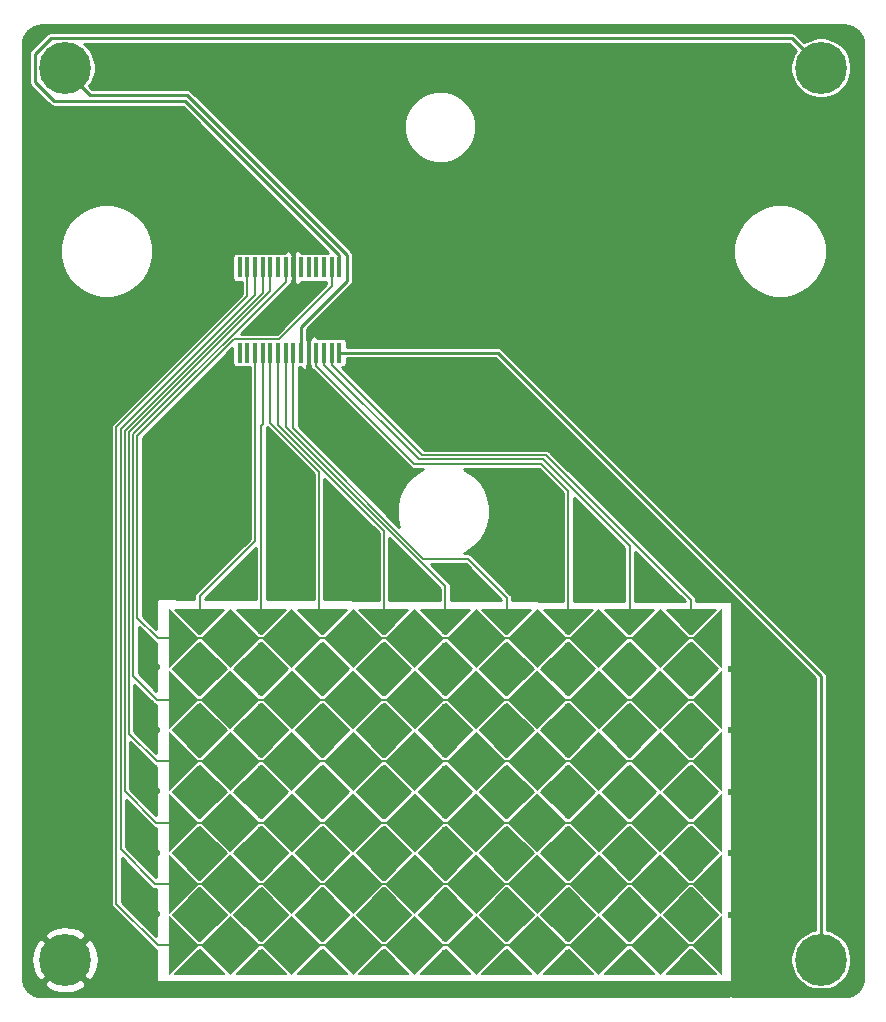
<source format=gbr>
G04 #@! TF.GenerationSoftware,KiCad,Pcbnew,5.1.5+dfsg1-2build2*
G04 #@! TF.CreationDate,2021-03-23T21:39:09+09:00*
G04 #@! TF.ProjectId,MTCH6102_breakout,4d544348-3631-4303-925f-627265616b6f,rev?*
G04 #@! TF.SameCoordinates,Original*
G04 #@! TF.FileFunction,Copper,L2,Bot*
G04 #@! TF.FilePolarity,Positive*
%FSLAX46Y46*%
G04 Gerber Fmt 4.6, Leading zero omitted, Abs format (unit mm)*
G04 Created by KiCad (PCBNEW 5.1.5+dfsg1-2build2) date 2021-03-23 21:39:09*
%MOMM*%
%LPD*%
G04 APERTURE LIST*
%ADD10R,0.450000X1.750000*%
%ADD11C,0.100000*%
%ADD12C,0.700000*%
%ADD13C,4.400000*%
%ADD14C,0.600000*%
%ADD15C,0.153000*%
%ADD16C,0.250000*%
%ADD17C,0.200000*%
%ADD18C,0.254000*%
G04 APERTURE END LIST*
D10*
X110775000Y-81400000D03*
X111425000Y-81400000D03*
X112075000Y-81400000D03*
X112725000Y-81400000D03*
X113375000Y-81400000D03*
X114025000Y-81400000D03*
X114675000Y-81400000D03*
X115325000Y-81400000D03*
X115975000Y-81400000D03*
X116625000Y-81400000D03*
X117275000Y-81400000D03*
X117925000Y-81400000D03*
X118575000Y-81400000D03*
X119225000Y-81400000D03*
X119225000Y-88600000D03*
X118575000Y-88600000D03*
X117925000Y-88600000D03*
X117275000Y-88600000D03*
X116625000Y-88600000D03*
X115975000Y-88600000D03*
X115325000Y-88600000D03*
X114675000Y-88600000D03*
X114025000Y-88600000D03*
X113375000Y-88600000D03*
X112725000Y-88600000D03*
X112075000Y-88600000D03*
X111425000Y-88600000D03*
X110775000Y-88600000D03*
G04 #@! TA.AperFunction,Conductor*
D11*
G36*
X133500024Y-133600000D02*
G01*
X136000000Y-131100024D01*
X138499976Y-133600000D01*
X136000000Y-136099976D01*
X133500024Y-133600000D01*
G37*
G04 #@! TD.AperFunction*
D12*
X97166726Y-63333274D03*
X96000000Y-62850000D03*
X94833274Y-63333274D03*
X94350000Y-64500000D03*
X94833274Y-65666726D03*
X96000000Y-66150000D03*
X97166726Y-65666726D03*
X97650000Y-64500000D03*
D13*
X96000000Y-64500000D03*
X160000000Y-140000000D03*
D12*
X161650000Y-140000000D03*
X161166726Y-141166726D03*
X160000000Y-141650000D03*
X158833274Y-141166726D03*
X158350000Y-140000000D03*
X158833274Y-138833274D03*
X160000000Y-138350000D03*
X161166726Y-138833274D03*
X161166726Y-63333274D03*
X160000000Y-62850000D03*
X158833274Y-63333274D03*
X158350000Y-64500000D03*
X158833274Y-65666726D03*
X160000000Y-66150000D03*
X161166726Y-65666726D03*
X161650000Y-64500000D03*
D13*
X160000000Y-64500000D03*
D12*
X97166726Y-138833274D03*
X96000000Y-138350000D03*
X94833274Y-138833274D03*
X94350000Y-140000000D03*
X94833274Y-141166726D03*
X96000000Y-141650000D03*
X97166726Y-141166726D03*
X97650000Y-140000000D03*
D13*
X96000000Y-140000000D03*
G04 #@! TA.AperFunction,Conductor*
D11*
G36*
X107500024Y-112800000D02*
G01*
X110000000Y-110300024D01*
X112499976Y-112800000D01*
X110000000Y-115299976D01*
X107500024Y-112800000D01*
G37*
G04 #@! TD.AperFunction*
G04 #@! TA.AperFunction,Conductor*
G36*
X107500024Y-118000000D02*
G01*
X110000000Y-115500024D01*
X112499976Y-118000000D01*
X110000000Y-120499976D01*
X107500024Y-118000000D01*
G37*
G04 #@! TD.AperFunction*
G04 #@! TA.AperFunction,Conductor*
G36*
X112700024Y-138800000D02*
G01*
X115200000Y-136300024D01*
X117699976Y-138800000D01*
X115200000Y-141299976D01*
X112700024Y-138800000D01*
G37*
G04 #@! TD.AperFunction*
G04 #@! TA.AperFunction,Conductor*
G36*
X143900024Y-133600000D02*
G01*
X146400000Y-131100024D01*
X148899976Y-133600000D01*
X146400000Y-136099976D01*
X143900024Y-133600000D01*
G37*
G04 #@! TD.AperFunction*
G04 #@! TA.AperFunction,Conductor*
G36*
X123100024Y-138800000D02*
G01*
X125600000Y-136300024D01*
X128099976Y-138800000D01*
X125600000Y-141299976D01*
X123100024Y-138800000D01*
G37*
G04 #@! TD.AperFunction*
G04 #@! TA.AperFunction,Conductor*
G36*
X117900024Y-138800000D02*
G01*
X120400000Y-136300024D01*
X122899976Y-138800000D01*
X120400000Y-141299976D01*
X117900024Y-138800000D01*
G37*
G04 #@! TD.AperFunction*
G04 #@! TA.AperFunction,Conductor*
G36*
X117900024Y-112800000D02*
G01*
X120400000Y-110300024D01*
X122899976Y-112800000D01*
X120400000Y-115299976D01*
X117900024Y-112800000D01*
G37*
G04 #@! TD.AperFunction*
G04 #@! TA.AperFunction,Conductor*
G36*
X112700024Y-112800000D02*
G01*
X115200000Y-110300024D01*
X117699976Y-112800000D01*
X115200000Y-115299976D01*
X112700024Y-112800000D01*
G37*
G04 #@! TD.AperFunction*
G04 #@! TA.AperFunction,Conductor*
G36*
X128300024Y-138800000D02*
G01*
X130800000Y-136300024D01*
X133299976Y-138800000D01*
X130800000Y-141299976D01*
X128300024Y-138800000D01*
G37*
G04 #@! TD.AperFunction*
G04 #@! TA.AperFunction,Conductor*
G36*
X149100000Y-138799950D02*
G01*
X151600000Y-136300050D01*
X151600000Y-141299950D01*
X149100000Y-138800050D01*
X149100000Y-138799950D01*
G37*
G04 #@! TD.AperFunction*
G04 #@! TA.AperFunction,Conductor*
G36*
X138700024Y-138800000D02*
G01*
X141200000Y-136300024D01*
X143699976Y-138800000D01*
X141200000Y-141299976D01*
X138700024Y-138800000D01*
G37*
G04 #@! TD.AperFunction*
G04 #@! TA.AperFunction,Conductor*
G36*
X133500024Y-138800000D02*
G01*
X136000000Y-136300024D01*
X138499976Y-138800000D01*
X136000000Y-141299976D01*
X133500024Y-138800000D01*
G37*
G04 #@! TD.AperFunction*
G04 #@! TA.AperFunction,Conductor*
G36*
X133500024Y-118000000D02*
G01*
X136000000Y-115500024D01*
X138499976Y-118000000D01*
X136000000Y-120499976D01*
X133500024Y-118000000D01*
G37*
G04 #@! TD.AperFunction*
G04 #@! TA.AperFunction,Conductor*
G36*
X128300024Y-118000000D02*
G01*
X130800000Y-115500024D01*
X133299976Y-118000000D01*
X130800000Y-120499976D01*
X128300024Y-118000000D01*
G37*
G04 #@! TD.AperFunction*
G04 #@! TA.AperFunction,Conductor*
G36*
X128300024Y-123200000D02*
G01*
X130800000Y-120700024D01*
X133299976Y-123200000D01*
X130800000Y-125699976D01*
X128300024Y-123200000D01*
G37*
G04 #@! TD.AperFunction*
G04 #@! TA.AperFunction,Conductor*
G36*
X123100024Y-123200000D02*
G01*
X125600000Y-120700024D01*
X128099976Y-123200000D01*
X125600000Y-125699976D01*
X123100024Y-123200000D01*
G37*
G04 #@! TD.AperFunction*
G04 #@! TA.AperFunction,Conductor*
G36*
X123100024Y-128400000D02*
G01*
X125600000Y-125900024D01*
X128099976Y-128400000D01*
X125600000Y-130899976D01*
X123100024Y-128400000D01*
G37*
G04 #@! TD.AperFunction*
G04 #@! TA.AperFunction,Conductor*
G36*
X117900024Y-128400000D02*
G01*
X120400000Y-125900024D01*
X122899976Y-128400000D01*
X120400000Y-130899976D01*
X117900024Y-128400000D01*
G37*
G04 #@! TD.AperFunction*
G04 #@! TA.AperFunction,Conductor*
G36*
X133500024Y-112800000D02*
G01*
X136000000Y-110300024D01*
X138499976Y-112800000D01*
X136000000Y-115299976D01*
X133500024Y-112800000D01*
G37*
G04 #@! TD.AperFunction*
G04 #@! TA.AperFunction,Conductor*
G36*
X128300024Y-112800000D02*
G01*
X130800000Y-110300024D01*
X133299976Y-112800000D01*
X130800000Y-115299976D01*
X128300024Y-112800000D01*
G37*
G04 #@! TD.AperFunction*
G04 #@! TA.AperFunction,Conductor*
G36*
X123100024Y-112800000D02*
G01*
X125600000Y-110300024D01*
X128099976Y-112800000D01*
X125600000Y-115299976D01*
X123100024Y-112800000D01*
G37*
G04 #@! TD.AperFunction*
G04 #@! TA.AperFunction,Conductor*
G36*
X138700024Y-123200000D02*
G01*
X141200000Y-120700024D01*
X143699976Y-123200000D01*
X141200000Y-125699976D01*
X138700024Y-123200000D01*
G37*
G04 #@! TD.AperFunction*
G04 #@! TA.AperFunction,Conductor*
G36*
X133500024Y-123200000D02*
G01*
X136000000Y-120700024D01*
X138499976Y-123200000D01*
X136000000Y-125699976D01*
X133500024Y-123200000D01*
G37*
G04 #@! TD.AperFunction*
G04 #@! TA.AperFunction,Conductor*
G36*
X138700024Y-112800000D02*
G01*
X141200000Y-110300024D01*
X143699976Y-112800000D01*
X141200000Y-115299976D01*
X138700024Y-112800000D01*
G37*
G04 #@! TD.AperFunction*
G04 #@! TA.AperFunction,Conductor*
G36*
X143900024Y-138800000D02*
G01*
X146400000Y-136300024D01*
X148899976Y-138800000D01*
X146400000Y-141299976D01*
X143900024Y-138800000D01*
G37*
G04 #@! TD.AperFunction*
G04 #@! TA.AperFunction,Conductor*
G36*
X112700024Y-118000000D02*
G01*
X115200000Y-115500024D01*
X117699976Y-118000000D01*
X115200000Y-120499976D01*
X112700024Y-118000000D01*
G37*
G04 #@! TD.AperFunction*
G04 #@! TA.AperFunction,Conductor*
G36*
X143900024Y-112800000D02*
G01*
X146400000Y-110300024D01*
X148899976Y-112800000D01*
X146400000Y-115299976D01*
X143900024Y-112800000D01*
G37*
G04 #@! TD.AperFunction*
G04 #@! TA.AperFunction,Conductor*
G36*
X128300024Y-133600000D02*
G01*
X130800000Y-131100024D01*
X133299976Y-133600000D01*
X130800000Y-136099976D01*
X128300024Y-133600000D01*
G37*
G04 #@! TD.AperFunction*
G04 #@! TA.AperFunction,Conductor*
G36*
X143900024Y-118000000D02*
G01*
X146400000Y-115500024D01*
X148899976Y-118000000D01*
X146400000Y-120499976D01*
X143900024Y-118000000D01*
G37*
G04 #@! TD.AperFunction*
G04 #@! TA.AperFunction,Conductor*
G36*
X138700024Y-118000000D02*
G01*
X141200000Y-115500024D01*
X143699976Y-118000000D01*
X141200000Y-120499976D01*
X138700024Y-118000000D01*
G37*
G04 #@! TD.AperFunction*
G04 #@! TA.AperFunction,Conductor*
G36*
X149100000Y-128399950D02*
G01*
X151600000Y-125900050D01*
X151600000Y-130899950D01*
X149100000Y-128400050D01*
X149100000Y-128399950D01*
G37*
G04 #@! TD.AperFunction*
G04 #@! TA.AperFunction,Conductor*
G36*
X149100000Y-133599950D02*
G01*
X151600000Y-131100050D01*
X151600000Y-136099950D01*
X149100000Y-133600050D01*
X149100000Y-133599950D01*
G37*
G04 #@! TD.AperFunction*
G04 #@! TA.AperFunction,Conductor*
G36*
X123100024Y-133600000D02*
G01*
X125600000Y-131100024D01*
X128099976Y-133600000D01*
X125600000Y-136099976D01*
X123100024Y-133600000D01*
G37*
G04 #@! TD.AperFunction*
G04 #@! TA.AperFunction,Conductor*
G36*
X117900024Y-133600000D02*
G01*
X120400000Y-131100024D01*
X122899976Y-133600000D01*
X120400000Y-136099976D01*
X117900024Y-133600000D01*
G37*
G04 #@! TD.AperFunction*
G04 #@! TA.AperFunction,Conductor*
G36*
X123100024Y-118000000D02*
G01*
X125600000Y-115500024D01*
X128099976Y-118000000D01*
X125600000Y-120499976D01*
X123100024Y-118000000D01*
G37*
G04 #@! TD.AperFunction*
G04 #@! TA.AperFunction,Conductor*
G36*
X117900024Y-118000000D02*
G01*
X120400000Y-115500024D01*
X122899976Y-118000000D01*
X120400000Y-120499976D01*
X117900024Y-118000000D01*
G37*
G04 #@! TD.AperFunction*
G04 #@! TA.AperFunction,Conductor*
G36*
X133500024Y-128400000D02*
G01*
X136000000Y-125900024D01*
X138499976Y-128400000D01*
X136000000Y-130899976D01*
X133500024Y-128400000D01*
G37*
G04 #@! TD.AperFunction*
G04 #@! TA.AperFunction,Conductor*
G36*
X128300024Y-128400000D02*
G01*
X130800000Y-125900024D01*
X133299976Y-128400000D01*
X130800000Y-130899976D01*
X128300024Y-128400000D01*
G37*
G04 #@! TD.AperFunction*
G04 #@! TA.AperFunction,Conductor*
G36*
X138700024Y-133600000D02*
G01*
X141200000Y-131100024D01*
X143699976Y-133600000D01*
X141200000Y-136099976D01*
X138700024Y-133600000D01*
G37*
G04 #@! TD.AperFunction*
G04 #@! TA.AperFunction,Conductor*
G36*
X149100000Y-117999950D02*
G01*
X151600000Y-115500050D01*
X151600000Y-120499950D01*
X149100000Y-118000050D01*
X149100000Y-117999950D01*
G37*
G04 #@! TD.AperFunction*
G04 #@! TA.AperFunction,Conductor*
G36*
X149100000Y-123199950D02*
G01*
X151600000Y-120700050D01*
X151600000Y-125699950D01*
X149100000Y-123200050D01*
X149100000Y-123199950D01*
G37*
G04 #@! TD.AperFunction*
G04 #@! TA.AperFunction,Conductor*
G36*
X107500024Y-138800000D02*
G01*
X110000000Y-136300024D01*
X112499976Y-138800000D01*
X110000000Y-141299976D01*
X107500024Y-138800000D01*
G37*
G04 #@! TD.AperFunction*
G04 #@! TA.AperFunction,Conductor*
G36*
X117900024Y-123200000D02*
G01*
X120400000Y-120700024D01*
X122899976Y-123200000D01*
X120400000Y-125699976D01*
X117900024Y-123200000D01*
G37*
G04 #@! TD.AperFunction*
G04 #@! TA.AperFunction,Conductor*
G36*
X112700024Y-123200000D02*
G01*
X115200000Y-120700024D01*
X117699976Y-123200000D01*
X115200000Y-125699976D01*
X112700024Y-123200000D01*
G37*
G04 #@! TD.AperFunction*
G04 #@! TA.AperFunction,Conductor*
G36*
X107500024Y-123200000D02*
G01*
X110000000Y-120700024D01*
X112499976Y-123200000D01*
X110000000Y-125699976D01*
X107500024Y-123200000D01*
G37*
G04 #@! TD.AperFunction*
G04 #@! TA.AperFunction,Conductor*
G36*
X107500024Y-128400000D02*
G01*
X110000000Y-125900024D01*
X112499976Y-128400000D01*
X110000000Y-130899976D01*
X107500024Y-128400000D01*
G37*
G04 #@! TD.AperFunction*
G04 #@! TA.AperFunction,Conductor*
G36*
X112700024Y-128400000D02*
G01*
X115200000Y-125900024D01*
X117699976Y-128400000D01*
X115200000Y-130899976D01*
X112700024Y-128400000D01*
G37*
G04 #@! TD.AperFunction*
G04 #@! TA.AperFunction,Conductor*
G36*
X143900024Y-123200000D02*
G01*
X146400000Y-120700024D01*
X148899976Y-123200000D01*
X146400000Y-125699976D01*
X143900024Y-123200000D01*
G37*
G04 #@! TD.AperFunction*
G04 #@! TA.AperFunction,Conductor*
G36*
X107300000Y-128400050D02*
G01*
X104800000Y-130899950D01*
X104800000Y-125900050D01*
X107300000Y-128399950D01*
X107300000Y-128400050D01*
G37*
G04 #@! TD.AperFunction*
G04 #@! TA.AperFunction,Conductor*
G36*
X107300000Y-123200050D02*
G01*
X104800000Y-125699950D01*
X104800000Y-120700050D01*
X107300000Y-123199950D01*
X107300000Y-123200050D01*
G37*
G04 #@! TD.AperFunction*
G04 #@! TA.AperFunction,Conductor*
G36*
X107300000Y-118000050D02*
G01*
X104800000Y-120499950D01*
X104800000Y-115500050D01*
X107300000Y-117999950D01*
X107300000Y-118000050D01*
G37*
G04 #@! TD.AperFunction*
G04 #@! TA.AperFunction,Conductor*
G36*
X107500024Y-133600000D02*
G01*
X110000000Y-131100024D01*
X112499976Y-133600000D01*
X110000000Y-136099976D01*
X107500024Y-133600000D01*
G37*
G04 #@! TD.AperFunction*
G04 #@! TA.AperFunction,Conductor*
G36*
X107300000Y-112800050D02*
G01*
X104800000Y-115299950D01*
X104800000Y-110300050D01*
X107300000Y-112799950D01*
X107300000Y-112800050D01*
G37*
G04 #@! TD.AperFunction*
G04 #@! TA.AperFunction,Conductor*
G36*
X149100000Y-112799950D02*
G01*
X151600000Y-110300050D01*
X151600000Y-115299950D01*
X149100000Y-112800050D01*
X149100000Y-112799950D01*
G37*
G04 #@! TD.AperFunction*
G04 #@! TA.AperFunction,Conductor*
G36*
X107300000Y-138800050D02*
G01*
X104800000Y-141299950D01*
X104800000Y-136300050D01*
X107300000Y-138799950D01*
X107300000Y-138800050D01*
G37*
G04 #@! TD.AperFunction*
G04 #@! TA.AperFunction,Conductor*
G36*
X107300000Y-133600050D02*
G01*
X104800000Y-136099950D01*
X104800000Y-131100050D01*
X107300000Y-133599950D01*
X107300000Y-133600050D01*
G37*
G04 #@! TD.AperFunction*
G04 #@! TA.AperFunction,Conductor*
G36*
X143900024Y-128400000D02*
G01*
X146400000Y-125900024D01*
X148899976Y-128400000D01*
X146400000Y-130899976D01*
X143900024Y-128400000D01*
G37*
G04 #@! TD.AperFunction*
G04 #@! TA.AperFunction,Conductor*
G36*
X138700024Y-128400000D02*
G01*
X141200000Y-125900024D01*
X143699976Y-128400000D01*
X141200000Y-130899976D01*
X138700024Y-128400000D01*
G37*
G04 #@! TD.AperFunction*
G04 #@! TA.AperFunction,Conductor*
G36*
X112700024Y-133600000D02*
G01*
X115200000Y-131100024D01*
X117699976Y-133600000D01*
X115200000Y-136099976D01*
X112700024Y-133600000D01*
G37*
G04 #@! TD.AperFunction*
D14*
X133400000Y-139450000D03*
X133399997Y-138149997D03*
X133400000Y-123850000D03*
X133400000Y-129050000D03*
X133398310Y-112156196D03*
X133400000Y-113450000D03*
X133400000Y-117350000D03*
X133400000Y-118650000D03*
X133400000Y-122550000D03*
X133400000Y-127750000D03*
X133400000Y-132950000D03*
X133400000Y-134250000D03*
X128200000Y-132950000D03*
X128200000Y-134250000D03*
X128199997Y-138149997D03*
X128200000Y-139450000D03*
X128200000Y-112150000D03*
X128200000Y-113450000D03*
X128200000Y-117350000D03*
X128200000Y-118650000D03*
X128200000Y-122550000D03*
X128200000Y-123850000D03*
X128200000Y-127750000D03*
X128200000Y-129050000D03*
X123000000Y-132950000D03*
X123000000Y-139450000D03*
X122999997Y-138149997D03*
X123000000Y-134250000D03*
X123000000Y-112150000D03*
X123000000Y-127750000D03*
X123000000Y-123850000D03*
X123000000Y-122550000D03*
X123000000Y-118650000D03*
X123000000Y-117350000D03*
X123000000Y-113450000D03*
X123000000Y-129050000D03*
X117800000Y-139450000D03*
X117800000Y-129050000D03*
X117800000Y-132950000D03*
X117800000Y-134250000D03*
X117799997Y-138149997D03*
X117800000Y-127750000D03*
X117800000Y-123850000D03*
X117800000Y-113450000D03*
X117800000Y-112150000D03*
X117800000Y-122550000D03*
X117800000Y-118650000D03*
X117800000Y-117350000D03*
X112600000Y-139450000D03*
X112599997Y-138149997D03*
X112600000Y-134250000D03*
X112600000Y-132950000D03*
X112600000Y-127750000D03*
X112600000Y-123850000D03*
X112600000Y-122550000D03*
X112600000Y-118650000D03*
X112600000Y-117350000D03*
X112600000Y-113450000D03*
X112600000Y-112150000D03*
X112600000Y-129050000D03*
X107400000Y-134250000D03*
X107400000Y-139450000D03*
X107400000Y-132950000D03*
X107399997Y-138149997D03*
X107400000Y-127750000D03*
X107400000Y-123850000D03*
X107400000Y-122550000D03*
X107400000Y-118650000D03*
X107400000Y-117350000D03*
X107400000Y-112150000D03*
X107400000Y-129050000D03*
X107400000Y-113450000D03*
X149000000Y-113450000D03*
X149000000Y-112150000D03*
X149000000Y-132950000D03*
X149000000Y-134250000D03*
X148999997Y-138149997D03*
X149000000Y-139450000D03*
X149000000Y-117350000D03*
X149000000Y-118650000D03*
X149000000Y-122550000D03*
X149000000Y-123850000D03*
X149000000Y-127750000D03*
X149000000Y-129050000D03*
X143800000Y-139450000D03*
X143799997Y-138149997D03*
X143800000Y-122550000D03*
X143800000Y-123850000D03*
X143800000Y-112150000D03*
X143800000Y-129050000D03*
X143800000Y-127750000D03*
X143800000Y-134250000D03*
X143800000Y-132950000D03*
X143800000Y-113450000D03*
X143800000Y-117350000D03*
X143800000Y-118650000D03*
X138600000Y-129050000D03*
X138600000Y-132950000D03*
X138600000Y-134250000D03*
X138599997Y-138149997D03*
X138600000Y-139450000D03*
X138600000Y-127750000D03*
X138600000Y-123850000D03*
X138600000Y-122550000D03*
X138600000Y-118650000D03*
X138600000Y-113450000D03*
X138600000Y-112150000D03*
X138600000Y-117350000D03*
X125600000Y-109399500D03*
X130807000Y-109399500D03*
X152397000Y-115432000D03*
X152397000Y-120575500D03*
X152397000Y-125782500D03*
X152350000Y-130989500D03*
X152350000Y-136196500D03*
X103756000Y-142102000D03*
X125600000Y-142102000D03*
X130807000Y-142102000D03*
X136014000Y-142102000D03*
X141157500Y-142102000D03*
X146364500Y-142102000D03*
X152270000Y-142102000D03*
X103750000Y-120600000D03*
X103750000Y-115199994D03*
X103750000Y-130999998D03*
X103750000Y-125725000D03*
X103750000Y-136133000D03*
X109979000Y-109399500D03*
X115186000Y-109399500D03*
X120393000Y-109399500D03*
X103750000Y-109372002D03*
X115249500Y-142102000D03*
X120456500Y-142102000D03*
X110042500Y-142102000D03*
X136014000Y-109399500D03*
X141221000Y-109399500D03*
X146364500Y-109399500D03*
X114850000Y-84800000D03*
X116850000Y-92800000D03*
X110350000Y-92800000D03*
X114850000Y-78550000D03*
X121100000Y-84800000D03*
X152350000Y-109399500D03*
D15*
X107050000Y-112800000D02*
X110000000Y-112800000D01*
X106050000Y-112800000D02*
X107050000Y-112800000D01*
X110000000Y-112800000D02*
X115200000Y-112800000D01*
X117699976Y-112800000D02*
X120400000Y-112800000D01*
X115200000Y-112800000D02*
X117699976Y-112800000D01*
X120400000Y-112800000D02*
X125600000Y-112800000D01*
X127996778Y-112800000D02*
X125600000Y-112800000D01*
X130800000Y-112800000D02*
X127996778Y-112800000D01*
X136000000Y-112800000D02*
X130800000Y-112800000D01*
X141200000Y-112800000D02*
X136000000Y-112800000D01*
X143699976Y-112800000D02*
X146400000Y-112800000D01*
X141200000Y-112800000D02*
X143699976Y-112800000D01*
X146400000Y-112800000D02*
X150350000Y-112800000D01*
X106050000Y-112800000D02*
X104800000Y-112800000D01*
X114126501Y-87448499D02*
X118575000Y-83000000D01*
X118575000Y-83000000D02*
X118575000Y-81400000D01*
X110328801Y-87448499D02*
X114126501Y-87448499D01*
X102117000Y-95660296D02*
X105925008Y-91852288D01*
X105925012Y-91852288D02*
X110328801Y-87448499D01*
X105925008Y-91852288D02*
X105925012Y-91852288D01*
X102117000Y-110783000D02*
X102117000Y-95660296D01*
X102117000Y-110817000D02*
X102117000Y-110783000D01*
X102117000Y-111067000D02*
X102117000Y-110783000D01*
X103850000Y-112800000D02*
X102117000Y-111067000D01*
X106050000Y-112800000D02*
X103850000Y-112800000D01*
X150350000Y-118000000D02*
X146400000Y-118000000D01*
X141200000Y-118000000D02*
X136000000Y-118000000D01*
X130800000Y-118000000D02*
X125600000Y-118000000D01*
X130800000Y-118000000D02*
X136000000Y-118000000D01*
X143596778Y-118000000D02*
X141200000Y-118000000D01*
X146400000Y-118000000D02*
X143596778Y-118000000D01*
X125600000Y-118000000D02*
X120400000Y-118000000D01*
X115200000Y-118000000D02*
X120400000Y-118000000D01*
X110000000Y-118000000D02*
X115200000Y-118000000D01*
X107603222Y-118000000D02*
X110000000Y-118000000D01*
X106050000Y-118000000D02*
X107603222Y-118000000D01*
X106050000Y-118000000D02*
X104800000Y-118000000D01*
X114675000Y-82428000D02*
X114675000Y-81400000D01*
X114675000Y-82603066D02*
X114675000Y-82428000D01*
X101763989Y-95514075D02*
X114675000Y-82603066D01*
X101763989Y-115963989D02*
X101763989Y-95514075D01*
X103800000Y-118000000D02*
X101763989Y-115963989D01*
X106050000Y-118000000D02*
X103800000Y-118000000D01*
X106050000Y-123200000D02*
X110000000Y-123200000D01*
X110000000Y-123200000D02*
X115200000Y-123200000D01*
X115200000Y-123200000D02*
X120400000Y-123200000D01*
X120400000Y-123200000D02*
X125600000Y-123200000D01*
X125600000Y-123200000D02*
X130800000Y-123200000D01*
X130800000Y-123200000D02*
X136000000Y-123200000D01*
X136000000Y-123200000D02*
X141200000Y-123200000D01*
X143699976Y-123200000D02*
X146400000Y-123200000D01*
X141200000Y-123200000D02*
X143699976Y-123200000D01*
X146400000Y-123200000D02*
X150350000Y-123200000D01*
X106050000Y-123200000D02*
X104800000Y-123200000D01*
X113375000Y-82428000D02*
X113375000Y-81400000D01*
X113375000Y-83403834D02*
X113375000Y-82428000D01*
X101410978Y-95367854D02*
X113375000Y-83403834D01*
X101410978Y-120860978D02*
X101410978Y-95367854D01*
X103750000Y-123200000D02*
X101410978Y-120860978D01*
X106050000Y-123200000D02*
X103750000Y-123200000D01*
X107150000Y-128400000D02*
X110000000Y-128400000D01*
X106050000Y-128400000D02*
X107150000Y-128400000D01*
X112803222Y-128400000D02*
X115200000Y-128400000D01*
X110000000Y-128400000D02*
X112803222Y-128400000D01*
X150350000Y-128400000D02*
X146400000Y-128400000D01*
X146400000Y-128400000D02*
X141200000Y-128400000D01*
X138850000Y-128400000D02*
X136000000Y-128400000D01*
X141200000Y-128400000D02*
X138850000Y-128400000D01*
X136000000Y-128400000D02*
X130800000Y-128400000D01*
X128300024Y-128400000D02*
X125600000Y-128400000D01*
X130800000Y-128400000D02*
X128300024Y-128400000D01*
X125600000Y-128400000D02*
X120400000Y-128400000D01*
X120400000Y-128400000D02*
X115200000Y-128400000D01*
X101057967Y-95221633D02*
X112725000Y-83554600D01*
X112725000Y-83554600D02*
X112725000Y-82428000D01*
X112725000Y-82428000D02*
X112725000Y-81400000D01*
X101057967Y-125407967D02*
X101057967Y-95221633D01*
X106050000Y-128400000D02*
X104800000Y-128400000D01*
X101057966Y-125757966D02*
X101057966Y-125300000D01*
X103700000Y-128400000D02*
X101057966Y-125757966D01*
X106050000Y-128400000D02*
X103700000Y-128400000D01*
X112075000Y-83425000D02*
X112075000Y-83425000D01*
X106050000Y-133600000D02*
X110000000Y-133600000D01*
X110000000Y-133600000D02*
X115200000Y-133600000D01*
X115200000Y-133600000D02*
X120400000Y-133600000D01*
X120400000Y-133600000D02*
X125600000Y-133600000D01*
X125600000Y-133600000D02*
X130800000Y-133600000D01*
X130800000Y-133600000D02*
X136000000Y-133600000D01*
X136000000Y-133600000D02*
X141200000Y-133600000D01*
X141200000Y-133600000D02*
X146400000Y-133600000D01*
X146400000Y-133600000D02*
X150350000Y-133600000D01*
X104800000Y-133600000D02*
X106050000Y-133600000D01*
X112075000Y-83705368D02*
X112075000Y-81400000D01*
X100704956Y-95075412D02*
X112075000Y-83705368D01*
X100704956Y-130654956D02*
X100704956Y-95075412D01*
X103650000Y-133600000D02*
X100704956Y-130654956D01*
X106050000Y-133600000D02*
X103650000Y-133600000D01*
X150350000Y-138800000D02*
X146400000Y-138800000D01*
X146400000Y-138800000D02*
X141200000Y-138800000D01*
X141200000Y-138800000D02*
X136000000Y-138800000D01*
X136000000Y-138800000D02*
X130800000Y-138800000D01*
X128300024Y-138800000D02*
X125600000Y-138800000D01*
X130800000Y-138800000D02*
X128300024Y-138800000D01*
X125600000Y-138800000D02*
X120400000Y-138800000D01*
X120400000Y-138800000D02*
X115200000Y-138800000D01*
X112396778Y-138800000D02*
X110000000Y-138800000D01*
X115200000Y-138800000D02*
X112396778Y-138800000D01*
X106050000Y-138800000D02*
X110000000Y-138800000D01*
X111425000Y-82428000D02*
X111425000Y-81400000D01*
X100351945Y-135101945D02*
X100351945Y-94929191D01*
X106050000Y-138800000D02*
X104800000Y-138800000D01*
X100351945Y-94929191D02*
X111425000Y-83856136D01*
X111425000Y-83856136D02*
X111425000Y-82428000D01*
X104800000Y-138800000D02*
X103850000Y-138800000D01*
X103850000Y-138800000D02*
X100350000Y-135300000D01*
X100350000Y-135300000D02*
X100350000Y-134300000D01*
X133399997Y-139449997D02*
X133400000Y-139450000D01*
X133400000Y-112157886D02*
X133398310Y-112156196D01*
X133400000Y-113450000D02*
X133400000Y-117350000D01*
X133400000Y-118650000D02*
X133400000Y-122550000D01*
X115325000Y-88600000D02*
X115325000Y-90924262D01*
X115325000Y-90924262D02*
X115325000Y-90499998D01*
X133400000Y-123850000D02*
X133400000Y-127750000D01*
X133400000Y-129050000D02*
X133400000Y-132950000D01*
X133400000Y-134250000D02*
X133400000Y-137550002D01*
X133399997Y-137550005D02*
X133400000Y-137550002D01*
X133399997Y-138149997D02*
X133399997Y-137550005D01*
X130100000Y-106050000D02*
X133398310Y-109348310D01*
X126347696Y-106050000D02*
X130100000Y-106050000D01*
X115325000Y-95027304D02*
X126347696Y-106050000D01*
X133398310Y-109348310D02*
X133398310Y-112156196D01*
X115325000Y-90924262D02*
X115325000Y-95027304D01*
X128199997Y-139449997D02*
X128200000Y-139450000D01*
X128200000Y-113450000D02*
X128200000Y-117350000D01*
X128200000Y-118650000D02*
X128200000Y-122550000D01*
X128200000Y-127750000D02*
X128200000Y-123850000D01*
X128200000Y-129474264D02*
X128200000Y-132950000D01*
X128199997Y-134250003D02*
X128200000Y-134250000D01*
X128199997Y-138149997D02*
X128199997Y-134250003D01*
X128200000Y-129050000D02*
X128200000Y-129474264D01*
X114675000Y-88600000D02*
X114675000Y-91424264D01*
X114675000Y-91424264D02*
X114675000Y-91000000D01*
X114675000Y-94876536D02*
X114675000Y-91424264D01*
X128200000Y-108401536D02*
X114675000Y-94876536D01*
X128200000Y-112150000D02*
X128200000Y-108401536D01*
X122999997Y-139449997D02*
X123000000Y-139450000D01*
X123000000Y-118650000D02*
X123000000Y-122550000D01*
X123000000Y-113874264D02*
X123000000Y-117350000D01*
X123000000Y-127750000D02*
X123000000Y-123850000D01*
X122999997Y-134250003D02*
X123000000Y-134250000D01*
X122999997Y-138149997D02*
X122999997Y-134250003D01*
X123000000Y-132525736D02*
X123000000Y-129050000D01*
X123000000Y-132950000D02*
X123000000Y-132525736D01*
X123000000Y-113450000D02*
X123000000Y-113874264D01*
X114025000Y-89628000D02*
X114025000Y-88600000D01*
X114025000Y-94725768D02*
X114025000Y-89628000D01*
X123000000Y-103700768D02*
X114025000Y-94725768D01*
X123000000Y-112150000D02*
X123000000Y-103700768D01*
X117799997Y-139449997D02*
X117800000Y-139450000D01*
X117800000Y-129474264D02*
X117800000Y-132950000D01*
X117800000Y-138149994D02*
X117799997Y-138149997D01*
X117800000Y-134250000D02*
X117800000Y-138149994D01*
X117800000Y-129050000D02*
X117800000Y-129474264D01*
X117800000Y-123850000D02*
X117800000Y-127750000D01*
X117800000Y-118650000D02*
X117800000Y-122550000D01*
X117800000Y-113450000D02*
X117800000Y-117350000D01*
X117800000Y-112150000D02*
X117500001Y-111850001D01*
X117500001Y-111850001D02*
X117500001Y-98700001D01*
X117500001Y-98700001D02*
X113375000Y-94575000D01*
X113375000Y-94575000D02*
X113375000Y-91000000D01*
X113375000Y-91000000D02*
X113375000Y-88600000D01*
X112599997Y-139449997D02*
X112600000Y-139450000D01*
X112600000Y-118650000D02*
X112600000Y-122550000D01*
X112600000Y-113450000D02*
X112600000Y-117350000D01*
X112599997Y-134250003D02*
X112600000Y-134250000D01*
X112599997Y-138149997D02*
X112599997Y-134250003D01*
X112600000Y-132525736D02*
X112600000Y-129050000D01*
X112600000Y-127750000D02*
X112600000Y-123850000D01*
X112600000Y-132950000D02*
X112600000Y-132525736D01*
X112725000Y-90500006D02*
X112725000Y-88600000D01*
X112725000Y-94675000D02*
X112725000Y-90500006D01*
X112600000Y-94800000D02*
X112725000Y-94675000D01*
X112600000Y-112150000D02*
X112600000Y-94800000D01*
X107399997Y-139449997D02*
X107400000Y-139450000D01*
X107400000Y-118650000D02*
X107400000Y-122550000D01*
X107400000Y-113450000D02*
X107400000Y-117350000D01*
X107400000Y-123850000D02*
X107400000Y-127750000D01*
X107400000Y-129474264D02*
X107400000Y-132950000D01*
X107400000Y-138149994D02*
X107399997Y-138149997D01*
X107400000Y-134250000D02*
X107400000Y-138149994D01*
X107400000Y-129050000D02*
X107400000Y-129474264D01*
X112075000Y-104575000D02*
X112075000Y-88600000D01*
X107400000Y-109250000D02*
X112075000Y-104575000D01*
X107400000Y-112150000D02*
X107400000Y-109250000D01*
X148999997Y-139449997D02*
X149000000Y-139450000D01*
X149000000Y-113874264D02*
X149000000Y-117350000D01*
X149000000Y-118650000D02*
X149000000Y-122550000D01*
X149000000Y-127750000D02*
X149000000Y-123850000D01*
X149000000Y-138149994D02*
X148999997Y-138149997D01*
X149000000Y-134250000D02*
X149000000Y-138149994D01*
X149000000Y-132525736D02*
X149000000Y-129050000D01*
X149000000Y-132950000D02*
X149000000Y-132525736D01*
X149000000Y-113450000D02*
X149000000Y-113874264D01*
X118575000Y-89628000D02*
X118575000Y-88600000D01*
X126247000Y-97300000D02*
X118575000Y-89628000D01*
X136741500Y-97300000D02*
X126247000Y-97300000D01*
X149000000Y-109558500D02*
X136741500Y-97300000D01*
X149000000Y-112150000D02*
X149000000Y-109558500D01*
X143799997Y-139449997D02*
X143800000Y-139450000D01*
X143800000Y-113450000D02*
X143800000Y-117350000D01*
X143800000Y-118650000D02*
X143800000Y-122550000D01*
X143800000Y-123850000D02*
X143800000Y-127750000D01*
X143800000Y-129050000D02*
X143800000Y-132950000D01*
X143800000Y-138149994D02*
X143799997Y-138149997D01*
X143800000Y-134250000D02*
X143800000Y-138149994D01*
X125950011Y-97653011D02*
X117925000Y-89628000D01*
X136452243Y-97653011D02*
X125950011Y-97653011D01*
X143800000Y-105000768D02*
X136452243Y-97653011D01*
X143800000Y-112150000D02*
X143800000Y-105000768D01*
X117925000Y-89628000D02*
X117925000Y-88600000D01*
X138599997Y-139449997D02*
X138600000Y-139450000D01*
X138600000Y-132525736D02*
X138600000Y-129050000D01*
X138600000Y-138149994D02*
X138599997Y-138149997D01*
X138600000Y-134250000D02*
X138600000Y-138149994D01*
X138600000Y-132950000D02*
X138600000Y-132525736D01*
X138600000Y-113450000D02*
X138600000Y-117350000D01*
X138600000Y-118650000D02*
X138600000Y-122550000D01*
X138600000Y-127750000D02*
X138600000Y-123850000D01*
X117275000Y-89628000D02*
X117275000Y-88600000D01*
X117275000Y-89725000D02*
X117275000Y-89628000D01*
X136306022Y-98006022D02*
X125556022Y-98006022D01*
X138600000Y-100300000D02*
X136306022Y-98006022D01*
X125556022Y-98006022D02*
X117275000Y-89725000D01*
X138600000Y-112150000D02*
X138600000Y-100300000D01*
D16*
X103750000Y-115000000D02*
X103750000Y-115199994D01*
X103750000Y-131000000D02*
X103750000Y-130999998D01*
X114850000Y-79800000D02*
X110350000Y-79800000D01*
X115325000Y-80275000D02*
X114850000Y-79800000D01*
X110350000Y-79800000D02*
X110689998Y-79800000D01*
X115325000Y-81400000D02*
X115325000Y-80275000D01*
X110350000Y-79850897D02*
X110350000Y-79800000D01*
X99831000Y-136169000D02*
X99831000Y-90369897D01*
X99831000Y-90369897D02*
X110350000Y-79850897D01*
X96000000Y-140000000D02*
X99831000Y-136169000D01*
X150950001Y-142199999D02*
X151048000Y-142102000D01*
X150950001Y-142199999D02*
X151159587Y-142199999D01*
X150852002Y-142102000D02*
X150950001Y-142199999D01*
X98102000Y-142102000D02*
X150102002Y-142102000D01*
X96000000Y-140000000D02*
X98102000Y-142102000D01*
X131486411Y-86800000D02*
X117300000Y-86800000D01*
X162525001Y-141212001D02*
X162525001Y-117838590D01*
X150298000Y-142102000D02*
X158364998Y-142102000D01*
X117300000Y-86800000D02*
X116625000Y-87475000D01*
X158364998Y-142102000D02*
X158787999Y-142525001D01*
X158787999Y-142525001D02*
X161212001Y-142525001D01*
X161212001Y-142525001D02*
X162525001Y-141212001D01*
X116625000Y-87475000D02*
X116625000Y-88600000D01*
X162525001Y-117838590D02*
X131486411Y-86800000D01*
X96000000Y-64700000D02*
X96000000Y-64500000D01*
X98100000Y-66800000D02*
X96000000Y-64700000D01*
X106310002Y-66800000D02*
X98100000Y-66800000D01*
X119850000Y-80339998D02*
X106310002Y-66800000D01*
X119850000Y-82550000D02*
X119850000Y-80339998D01*
X115975000Y-86425000D02*
X119850000Y-82550000D01*
X115975000Y-88600000D02*
X115975000Y-86425000D01*
X160000000Y-140000000D02*
X160000000Y-115950000D01*
X119700000Y-88600000D02*
X119225000Y-88600000D01*
X160000000Y-115950000D02*
X132650000Y-88600000D01*
X132650000Y-88600000D02*
X119700000Y-88600000D01*
X119225000Y-80364998D02*
X119225000Y-81400000D01*
X106160002Y-67300000D02*
X119225000Y-80364998D01*
X95062998Y-67300000D02*
X106160002Y-67300000D01*
X94787999Y-61974999D02*
X93474999Y-63287999D01*
X93474999Y-65712001D02*
X95062998Y-67300000D01*
X93474999Y-63287999D02*
X93474999Y-65712001D01*
X157524999Y-61974999D02*
X94787999Y-61974999D01*
X160000000Y-64450000D02*
X157524999Y-61974999D01*
X160000000Y-64500000D02*
X160000000Y-64450000D01*
D17*
G36*
X119873708Y-141200000D02*
G01*
X115726292Y-141200000D01*
X117749792Y-139176500D01*
X117850208Y-139176500D01*
X119873708Y-141200000D01*
G37*
X119873708Y-141200000D02*
X115726292Y-141200000D01*
X117749792Y-139176500D01*
X117850208Y-139176500D01*
X119873708Y-141200000D01*
G36*
X120073708Y-136200000D02*
G01*
X117850208Y-138423500D01*
X117749792Y-138423500D01*
X115526292Y-136200000D01*
X117749792Y-133976500D01*
X117850208Y-133976500D01*
X120073708Y-136200000D01*
G37*
X120073708Y-136200000D02*
X117850208Y-138423500D01*
X117749792Y-138423500D01*
X115526292Y-136200000D01*
X117749792Y-133976500D01*
X117850208Y-133976500D01*
X120073708Y-136200000D01*
G36*
X120073708Y-131000000D02*
G01*
X117850208Y-133223500D01*
X117749792Y-133223500D01*
X115526292Y-131000000D01*
X117749792Y-128776500D01*
X117850208Y-128776500D01*
X120073708Y-131000000D01*
G37*
X120073708Y-131000000D02*
X117850208Y-133223500D01*
X117749792Y-133223500D01*
X115526292Y-131000000D01*
X117749792Y-128776500D01*
X117850208Y-128776500D01*
X120073708Y-131000000D01*
G36*
X120073708Y-125800000D02*
G01*
X117850208Y-128023500D01*
X117749792Y-128023500D01*
X115526292Y-125800000D01*
X117749792Y-123576500D01*
X117850208Y-123576500D01*
X120073708Y-125800000D01*
G37*
X120073708Y-125800000D02*
X117850208Y-128023500D01*
X117749792Y-128023500D01*
X115526292Y-125800000D01*
X117749792Y-123576500D01*
X117850208Y-123576500D01*
X120073708Y-125800000D01*
G36*
X120073708Y-120600000D02*
G01*
X117850208Y-122823500D01*
X117749792Y-122823500D01*
X115526292Y-120600000D01*
X117749792Y-118376500D01*
X117850208Y-118376500D01*
X120073708Y-120600000D01*
G37*
X120073708Y-120600000D02*
X117850208Y-122823500D01*
X117749792Y-122823500D01*
X115526292Y-120600000D01*
X117749792Y-118376500D01*
X117850208Y-118376500D01*
X120073708Y-120600000D01*
G36*
X120073708Y-115400000D02*
G01*
X117850208Y-117623500D01*
X117749792Y-117623500D01*
X115526292Y-115400000D01*
X117749792Y-113176500D01*
X117850208Y-113176500D01*
X120073708Y-115400000D01*
G37*
X120073708Y-115400000D02*
X117850208Y-117623500D01*
X117749792Y-117623500D01*
X115526292Y-115400000D01*
X117749792Y-113176500D01*
X117850208Y-113176500D01*
X120073708Y-115400000D01*
G36*
X117850208Y-112423500D02*
G01*
X117749792Y-112423500D01*
X115726292Y-110400000D01*
X119873708Y-110400000D01*
X117850208Y-112423500D01*
G37*
X117850208Y-112423500D02*
X117749792Y-112423500D01*
X115726292Y-110400000D01*
X119873708Y-110400000D01*
X117850208Y-112423500D01*
G36*
X109473708Y-141200000D02*
G01*
X105326278Y-141200000D01*
X107349859Y-139176500D01*
X107450208Y-139176500D01*
X109473708Y-141200000D01*
G37*
X109473708Y-141200000D02*
X105326278Y-141200000D01*
X107349859Y-139176500D01*
X107450208Y-139176500D01*
X109473708Y-141200000D01*
G36*
X109673708Y-136200000D02*
G01*
X107450208Y-138423500D01*
X107349859Y-138423500D01*
X105126271Y-136200000D01*
X107349859Y-133976500D01*
X107450208Y-133976500D01*
X109673708Y-136200000D01*
G37*
X109673708Y-136200000D02*
X107450208Y-138423500D01*
X107349859Y-138423500D01*
X105126271Y-136200000D01*
X107349859Y-133976500D01*
X107450208Y-133976500D01*
X109673708Y-136200000D01*
G36*
X109673708Y-131000000D02*
G01*
X107450208Y-133223500D01*
X107349859Y-133223500D01*
X105126271Y-131000000D01*
X107349859Y-128776500D01*
X107450208Y-128776500D01*
X109673708Y-131000000D01*
G37*
X109673708Y-131000000D02*
X107450208Y-133223500D01*
X107349859Y-133223500D01*
X105126271Y-131000000D01*
X107349859Y-128776500D01*
X107450208Y-128776500D01*
X109673708Y-131000000D01*
G36*
X109673708Y-125800000D02*
G01*
X107450208Y-128023500D01*
X107349859Y-128023500D01*
X105126271Y-125800000D01*
X107349859Y-123576500D01*
X107450208Y-123576500D01*
X109673708Y-125800000D01*
G37*
X109673708Y-125800000D02*
X107450208Y-128023500D01*
X107349859Y-128023500D01*
X105126271Y-125800000D01*
X107349859Y-123576500D01*
X107450208Y-123576500D01*
X109673708Y-125800000D01*
G36*
X109673708Y-120600000D02*
G01*
X107450208Y-122823500D01*
X107349859Y-122823500D01*
X105126271Y-120600000D01*
X107349859Y-118376500D01*
X107450208Y-118376500D01*
X109673708Y-120600000D01*
G37*
X109673708Y-120600000D02*
X107450208Y-122823500D01*
X107349859Y-122823500D01*
X105126271Y-120600000D01*
X107349859Y-118376500D01*
X107450208Y-118376500D01*
X109673708Y-120600000D01*
G36*
X109673708Y-115400000D02*
G01*
X107450208Y-117623500D01*
X107349859Y-117623500D01*
X105126271Y-115400000D01*
X107349859Y-113176500D01*
X107450208Y-113176500D01*
X109673708Y-115400000D01*
G37*
X109673708Y-115400000D02*
X107450208Y-117623500D01*
X107349859Y-117623500D01*
X105126271Y-115400000D01*
X107349859Y-113176500D01*
X107450208Y-113176500D01*
X109673708Y-115400000D01*
G36*
X107450208Y-112423500D02*
G01*
X107349859Y-112423500D01*
X105326278Y-110400000D01*
X109473708Y-110400000D01*
X107450208Y-112423500D01*
G37*
X107450208Y-112423500D02*
X107349859Y-112423500D01*
X105326278Y-110400000D01*
X109473708Y-110400000D01*
X107450208Y-112423500D01*
G36*
X130273708Y-141200000D02*
G01*
X126126292Y-141200000D01*
X128149792Y-139176500D01*
X128250208Y-139176500D01*
X130273708Y-141200000D01*
G37*
X130273708Y-141200000D02*
X126126292Y-141200000D01*
X128149792Y-139176500D01*
X128250208Y-139176500D01*
X130273708Y-141200000D01*
G36*
X130473708Y-136200000D02*
G01*
X128250208Y-138423500D01*
X128149792Y-138423500D01*
X125926292Y-136200000D01*
X128149792Y-133976500D01*
X128250208Y-133976500D01*
X130473708Y-136200000D01*
G37*
X130473708Y-136200000D02*
X128250208Y-138423500D01*
X128149792Y-138423500D01*
X125926292Y-136200000D01*
X128149792Y-133976500D01*
X128250208Y-133976500D01*
X130473708Y-136200000D01*
G36*
X130473708Y-131000000D02*
G01*
X128250208Y-133223500D01*
X128149792Y-133223500D01*
X125926292Y-131000000D01*
X128149792Y-128776500D01*
X128250208Y-128776500D01*
X130473708Y-131000000D01*
G37*
X130473708Y-131000000D02*
X128250208Y-133223500D01*
X128149792Y-133223500D01*
X125926292Y-131000000D01*
X128149792Y-128776500D01*
X128250208Y-128776500D01*
X130473708Y-131000000D01*
G36*
X130473708Y-125800000D02*
G01*
X128250208Y-128023500D01*
X128149792Y-128023500D01*
X125926292Y-125800000D01*
X128149792Y-123576500D01*
X128250208Y-123576500D01*
X130473708Y-125800000D01*
G37*
X130473708Y-125800000D02*
X128250208Y-128023500D01*
X128149792Y-128023500D01*
X125926292Y-125800000D01*
X128149792Y-123576500D01*
X128250208Y-123576500D01*
X130473708Y-125800000D01*
G36*
X130473708Y-120600000D02*
G01*
X128250208Y-122823500D01*
X128149792Y-122823500D01*
X125926292Y-120600000D01*
X128149792Y-118376500D01*
X128250208Y-118376500D01*
X130473708Y-120600000D01*
G37*
X130473708Y-120600000D02*
X128250208Y-122823500D01*
X128149792Y-122823500D01*
X125926292Y-120600000D01*
X128149792Y-118376500D01*
X128250208Y-118376500D01*
X130473708Y-120600000D01*
G36*
X130473708Y-115400000D02*
G01*
X128250208Y-117623500D01*
X128149792Y-117623500D01*
X125926292Y-115400000D01*
X128149792Y-113176500D01*
X128250208Y-113176500D01*
X130473708Y-115400000D01*
G37*
X130473708Y-115400000D02*
X128250208Y-117623500D01*
X128149792Y-117623500D01*
X125926292Y-115400000D01*
X128149792Y-113176500D01*
X128250208Y-113176500D01*
X130473708Y-115400000D01*
G36*
X128250208Y-112423500D02*
G01*
X128149792Y-112423500D01*
X126126292Y-110400000D01*
X130273708Y-110400000D01*
X128250208Y-112423500D01*
G37*
X128250208Y-112423500D02*
X128149792Y-112423500D01*
X126126292Y-110400000D01*
X130273708Y-110400000D01*
X128250208Y-112423500D01*
G36*
X135473708Y-141200000D02*
G01*
X131326292Y-141200000D01*
X133349792Y-139176500D01*
X133450208Y-139176500D01*
X135473708Y-141200000D01*
G37*
X135473708Y-141200000D02*
X131326292Y-141200000D01*
X133349792Y-139176500D01*
X133450208Y-139176500D01*
X135473708Y-141200000D01*
G36*
X135673708Y-136200000D02*
G01*
X133450208Y-138423500D01*
X133349792Y-138423500D01*
X131126292Y-136200000D01*
X133349792Y-133976500D01*
X133450208Y-133976500D01*
X135673708Y-136200000D01*
G37*
X135673708Y-136200000D02*
X133450208Y-138423500D01*
X133349792Y-138423500D01*
X131126292Y-136200000D01*
X133349792Y-133976500D01*
X133450208Y-133976500D01*
X135673708Y-136200000D01*
G36*
X135673708Y-131000000D02*
G01*
X133450208Y-133223500D01*
X133349792Y-133223500D01*
X131126292Y-131000000D01*
X133349792Y-128776500D01*
X133450208Y-128776500D01*
X135673708Y-131000000D01*
G37*
X135673708Y-131000000D02*
X133450208Y-133223500D01*
X133349792Y-133223500D01*
X131126292Y-131000000D01*
X133349792Y-128776500D01*
X133450208Y-128776500D01*
X135673708Y-131000000D01*
G36*
X135673708Y-125800000D02*
G01*
X133450208Y-128023500D01*
X133349792Y-128023500D01*
X131126292Y-125800000D01*
X133349792Y-123576500D01*
X133450208Y-123576500D01*
X135673708Y-125800000D01*
G37*
X135673708Y-125800000D02*
X133450208Y-128023500D01*
X133349792Y-128023500D01*
X131126292Y-125800000D01*
X133349792Y-123576500D01*
X133450208Y-123576500D01*
X135673708Y-125800000D01*
G36*
X135673708Y-120600000D02*
G01*
X133450208Y-122823500D01*
X133349792Y-122823500D01*
X131126292Y-120600000D01*
X133349792Y-118376500D01*
X133450208Y-118376500D01*
X135673708Y-120600000D01*
G37*
X135673708Y-120600000D02*
X133450208Y-122823500D01*
X133349792Y-122823500D01*
X131126292Y-120600000D01*
X133349792Y-118376500D01*
X133450208Y-118376500D01*
X135673708Y-120600000D01*
G36*
X135673708Y-115400000D02*
G01*
X133450208Y-117623500D01*
X133349792Y-117623500D01*
X131126292Y-115400000D01*
X133349792Y-113176500D01*
X133450208Y-113176500D01*
X135673708Y-115400000D01*
G37*
X135673708Y-115400000D02*
X133450208Y-117623500D01*
X133349792Y-117623500D01*
X131126292Y-115400000D01*
X133349792Y-113176500D01*
X133450208Y-113176500D01*
X135673708Y-115400000D01*
G36*
X133450208Y-112423500D02*
G01*
X133349792Y-112423500D01*
X131326292Y-110400000D01*
X135473708Y-110400000D01*
X133450208Y-112423500D01*
G37*
X133450208Y-112423500D02*
X133349792Y-112423500D01*
X131326292Y-110400000D01*
X135473708Y-110400000D01*
X133450208Y-112423500D01*
G36*
X125073708Y-141200000D02*
G01*
X120926292Y-141200000D01*
X122949792Y-139176500D01*
X123050208Y-139176500D01*
X125073708Y-141200000D01*
G37*
X125073708Y-141200000D02*
X120926292Y-141200000D01*
X122949792Y-139176500D01*
X123050208Y-139176500D01*
X125073708Y-141200000D01*
G36*
X125273708Y-136200000D02*
G01*
X123050208Y-138423500D01*
X122949792Y-138423500D01*
X120726292Y-136200000D01*
X122949792Y-133976500D01*
X123050208Y-133976500D01*
X125273708Y-136200000D01*
G37*
X125273708Y-136200000D02*
X123050208Y-138423500D01*
X122949792Y-138423500D01*
X120726292Y-136200000D01*
X122949792Y-133976500D01*
X123050208Y-133976500D01*
X125273708Y-136200000D01*
G36*
X125273708Y-131000000D02*
G01*
X123050208Y-133223500D01*
X122949792Y-133223500D01*
X120726292Y-131000000D01*
X122949792Y-128776500D01*
X123050208Y-128776500D01*
X125273708Y-131000000D01*
G37*
X125273708Y-131000000D02*
X123050208Y-133223500D01*
X122949792Y-133223500D01*
X120726292Y-131000000D01*
X122949792Y-128776500D01*
X123050208Y-128776500D01*
X125273708Y-131000000D01*
G36*
X125273708Y-125800000D02*
G01*
X123050208Y-128023500D01*
X122949792Y-128023500D01*
X120726292Y-125800000D01*
X122949792Y-123576500D01*
X123050208Y-123576500D01*
X125273708Y-125800000D01*
G37*
X125273708Y-125800000D02*
X123050208Y-128023500D01*
X122949792Y-128023500D01*
X120726292Y-125800000D01*
X122949792Y-123576500D01*
X123050208Y-123576500D01*
X125273708Y-125800000D01*
G36*
X125273708Y-120600000D02*
G01*
X123050208Y-122823500D01*
X122949792Y-122823500D01*
X120726292Y-120600000D01*
X122949792Y-118376500D01*
X123050208Y-118376500D01*
X125273708Y-120600000D01*
G37*
X125273708Y-120600000D02*
X123050208Y-122823500D01*
X122949792Y-122823500D01*
X120726292Y-120600000D01*
X122949792Y-118376500D01*
X123050208Y-118376500D01*
X125273708Y-120600000D01*
G36*
X125273708Y-115400000D02*
G01*
X123050208Y-117623500D01*
X122949792Y-117623500D01*
X120726292Y-115400000D01*
X122949792Y-113176500D01*
X123050208Y-113176500D01*
X125273708Y-115400000D01*
G37*
X125273708Y-115400000D02*
X123050208Y-117623500D01*
X122949792Y-117623500D01*
X120726292Y-115400000D01*
X122949792Y-113176500D01*
X123050208Y-113176500D01*
X125273708Y-115400000D01*
G36*
X123050208Y-112423500D02*
G01*
X122949792Y-112423500D01*
X120926292Y-110400000D01*
X125073708Y-110400000D01*
X123050208Y-112423500D01*
G37*
X123050208Y-112423500D02*
X122949792Y-112423500D01*
X120926292Y-110400000D01*
X125073708Y-110400000D01*
X123050208Y-112423500D01*
G36*
X151073722Y-141200000D02*
G01*
X146926292Y-141200000D01*
X148949792Y-139176500D01*
X149050141Y-139176500D01*
X151073722Y-141200000D01*
G37*
X151073722Y-141200000D02*
X146926292Y-141200000D01*
X148949792Y-139176500D01*
X149050141Y-139176500D01*
X151073722Y-141200000D01*
G36*
X151273729Y-136200000D02*
G01*
X149050141Y-138423500D01*
X148949792Y-138423500D01*
X146726292Y-136200000D01*
X148949792Y-133976500D01*
X149050141Y-133976500D01*
X151273729Y-136200000D01*
G37*
X151273729Y-136200000D02*
X149050141Y-138423500D01*
X148949792Y-138423500D01*
X146726292Y-136200000D01*
X148949792Y-133976500D01*
X149050141Y-133976500D01*
X151273729Y-136200000D01*
G36*
X151273729Y-131000000D02*
G01*
X149050141Y-133223500D01*
X148949792Y-133223500D01*
X146726292Y-131000000D01*
X148949792Y-128776500D01*
X149050141Y-128776500D01*
X151273729Y-131000000D01*
G37*
X151273729Y-131000000D02*
X149050141Y-133223500D01*
X148949792Y-133223500D01*
X146726292Y-131000000D01*
X148949792Y-128776500D01*
X149050141Y-128776500D01*
X151273729Y-131000000D01*
G36*
X151273729Y-125800000D02*
G01*
X149050141Y-128023500D01*
X148949792Y-128023500D01*
X146726292Y-125800000D01*
X148949792Y-123576500D01*
X149050141Y-123576500D01*
X151273729Y-125800000D01*
G37*
X151273729Y-125800000D02*
X149050141Y-128023500D01*
X148949792Y-128023500D01*
X146726292Y-125800000D01*
X148949792Y-123576500D01*
X149050141Y-123576500D01*
X151273729Y-125800000D01*
G36*
X151273729Y-120600000D02*
G01*
X149050141Y-122823500D01*
X148949792Y-122823500D01*
X146726292Y-120600000D01*
X148949792Y-118376500D01*
X149050141Y-118376500D01*
X151273729Y-120600000D01*
G37*
X151273729Y-120600000D02*
X149050141Y-122823500D01*
X148949792Y-122823500D01*
X146726292Y-120600000D01*
X148949792Y-118376500D01*
X149050141Y-118376500D01*
X151273729Y-120600000D01*
G36*
X151273729Y-115400000D02*
G01*
X149050141Y-117623500D01*
X148949792Y-117623500D01*
X146726292Y-115400000D01*
X148949792Y-113176500D01*
X149050141Y-113176500D01*
X151273729Y-115400000D01*
G37*
X151273729Y-115400000D02*
X149050141Y-117623500D01*
X148949792Y-117623500D01*
X146726292Y-115400000D01*
X148949792Y-113176500D01*
X149050141Y-113176500D01*
X151273729Y-115400000D01*
G36*
X149050141Y-112423500D02*
G01*
X148949792Y-112423500D01*
X146926292Y-110400000D01*
X151073722Y-110400000D01*
X149050141Y-112423500D01*
G37*
X149050141Y-112423500D02*
X148949792Y-112423500D01*
X146926292Y-110400000D01*
X151073722Y-110400000D01*
X149050141Y-112423500D01*
G36*
X140673708Y-141200000D02*
G01*
X136526292Y-141200000D01*
X138549792Y-139176500D01*
X138650208Y-139176500D01*
X140673708Y-141200000D01*
G37*
X140673708Y-141200000D02*
X136526292Y-141200000D01*
X138549792Y-139176500D01*
X138650208Y-139176500D01*
X140673708Y-141200000D01*
G36*
X140873708Y-136200000D02*
G01*
X138650208Y-138423500D01*
X138549792Y-138423500D01*
X136326292Y-136200000D01*
X138549792Y-133976500D01*
X138650208Y-133976500D01*
X140873708Y-136200000D01*
G37*
X140873708Y-136200000D02*
X138650208Y-138423500D01*
X138549792Y-138423500D01*
X136326292Y-136200000D01*
X138549792Y-133976500D01*
X138650208Y-133976500D01*
X140873708Y-136200000D01*
G36*
X140873708Y-131000000D02*
G01*
X138650208Y-133223500D01*
X138549792Y-133223500D01*
X136326292Y-131000000D01*
X138549792Y-128776500D01*
X138650208Y-128776500D01*
X140873708Y-131000000D01*
G37*
X140873708Y-131000000D02*
X138650208Y-133223500D01*
X138549792Y-133223500D01*
X136326292Y-131000000D01*
X138549792Y-128776500D01*
X138650208Y-128776500D01*
X140873708Y-131000000D01*
G36*
X140873708Y-125800000D02*
G01*
X138650208Y-128023500D01*
X138549792Y-128023500D01*
X136326292Y-125800000D01*
X138549792Y-123576500D01*
X138650208Y-123576500D01*
X140873708Y-125800000D01*
G37*
X140873708Y-125800000D02*
X138650208Y-128023500D01*
X138549792Y-128023500D01*
X136326292Y-125800000D01*
X138549792Y-123576500D01*
X138650208Y-123576500D01*
X140873708Y-125800000D01*
G36*
X140873708Y-120600000D02*
G01*
X138650208Y-122823500D01*
X138549792Y-122823500D01*
X136326292Y-120600000D01*
X138549792Y-118376500D01*
X138650208Y-118376500D01*
X140873708Y-120600000D01*
G37*
X140873708Y-120600000D02*
X138650208Y-122823500D01*
X138549792Y-122823500D01*
X136326292Y-120600000D01*
X138549792Y-118376500D01*
X138650208Y-118376500D01*
X140873708Y-120600000D01*
G36*
X140873708Y-115400000D02*
G01*
X138650208Y-117623500D01*
X138549792Y-117623500D01*
X136326292Y-115400000D01*
X138549792Y-113176500D01*
X138650208Y-113176500D01*
X140873708Y-115400000D01*
G37*
X140873708Y-115400000D02*
X138650208Y-117623500D01*
X138549792Y-117623500D01*
X136326292Y-115400000D01*
X138549792Y-113176500D01*
X138650208Y-113176500D01*
X140873708Y-115400000D01*
G36*
X138650208Y-112423500D02*
G01*
X138549792Y-112423500D01*
X136526292Y-110400000D01*
X140673708Y-110400000D01*
X138650208Y-112423500D01*
G37*
X138650208Y-112423500D02*
X138549792Y-112423500D01*
X136526292Y-110400000D01*
X140673708Y-110400000D01*
X138650208Y-112423500D01*
G36*
X145873708Y-141200000D02*
G01*
X141726292Y-141200000D01*
X143749792Y-139176500D01*
X143850208Y-139176500D01*
X145873708Y-141200000D01*
G37*
X145873708Y-141200000D02*
X141726292Y-141200000D01*
X143749792Y-139176500D01*
X143850208Y-139176500D01*
X145873708Y-141200000D01*
G36*
X146073708Y-136200000D02*
G01*
X143850208Y-138423500D01*
X143749792Y-138423500D01*
X141526292Y-136200000D01*
X143749792Y-133976500D01*
X143850208Y-133976500D01*
X146073708Y-136200000D01*
G37*
X146073708Y-136200000D02*
X143850208Y-138423500D01*
X143749792Y-138423500D01*
X141526292Y-136200000D01*
X143749792Y-133976500D01*
X143850208Y-133976500D01*
X146073708Y-136200000D01*
G36*
X146073708Y-131000000D02*
G01*
X143850208Y-133223500D01*
X143749792Y-133223500D01*
X141526292Y-131000000D01*
X143749792Y-128776500D01*
X143850208Y-128776500D01*
X146073708Y-131000000D01*
G37*
X146073708Y-131000000D02*
X143850208Y-133223500D01*
X143749792Y-133223500D01*
X141526292Y-131000000D01*
X143749792Y-128776500D01*
X143850208Y-128776500D01*
X146073708Y-131000000D01*
G36*
X146073708Y-125800000D02*
G01*
X143850208Y-128023500D01*
X143749792Y-128023500D01*
X141526292Y-125800000D01*
X143749792Y-123576500D01*
X143850208Y-123576500D01*
X146073708Y-125800000D01*
G37*
X146073708Y-125800000D02*
X143850208Y-128023500D01*
X143749792Y-128023500D01*
X141526292Y-125800000D01*
X143749792Y-123576500D01*
X143850208Y-123576500D01*
X146073708Y-125800000D01*
G36*
X146073708Y-120600000D02*
G01*
X143850208Y-122823500D01*
X143749792Y-122823500D01*
X141526292Y-120600000D01*
X143749792Y-118376500D01*
X143850208Y-118376500D01*
X146073708Y-120600000D01*
G37*
X146073708Y-120600000D02*
X143850208Y-122823500D01*
X143749792Y-122823500D01*
X141526292Y-120600000D01*
X143749792Y-118376500D01*
X143850208Y-118376500D01*
X146073708Y-120600000D01*
G36*
X146073708Y-115400000D02*
G01*
X143850208Y-117623500D01*
X143749792Y-117623500D01*
X141526292Y-115400000D01*
X143749792Y-113176500D01*
X143850208Y-113176500D01*
X146073708Y-115400000D01*
G37*
X146073708Y-115400000D02*
X143850208Y-117623500D01*
X143749792Y-117623500D01*
X141526292Y-115400000D01*
X143749792Y-113176500D01*
X143850208Y-113176500D01*
X146073708Y-115400000D01*
G36*
X143850208Y-112423500D02*
G01*
X143749792Y-112423500D01*
X141726292Y-110400000D01*
X145873708Y-110400000D01*
X143850208Y-112423500D01*
G37*
X143850208Y-112423500D02*
X143749792Y-112423500D01*
X141726292Y-110400000D01*
X145873708Y-110400000D01*
X143850208Y-112423500D01*
G36*
X114673708Y-141200000D02*
G01*
X110526292Y-141200000D01*
X112549792Y-139176500D01*
X112650208Y-139176500D01*
X114673708Y-141200000D01*
G37*
X114673708Y-141200000D02*
X110526292Y-141200000D01*
X112549792Y-139176500D01*
X112650208Y-139176500D01*
X114673708Y-141200000D01*
G36*
X114873708Y-136200000D02*
G01*
X112650208Y-138423500D01*
X112549792Y-138423500D01*
X110326292Y-136200000D01*
X112549792Y-133976500D01*
X112650208Y-133976500D01*
X114873708Y-136200000D01*
G37*
X114873708Y-136200000D02*
X112650208Y-138423500D01*
X112549792Y-138423500D01*
X110326292Y-136200000D01*
X112549792Y-133976500D01*
X112650208Y-133976500D01*
X114873708Y-136200000D01*
G36*
X114873708Y-131000000D02*
G01*
X112650208Y-133223500D01*
X112549792Y-133223500D01*
X110326292Y-131000000D01*
X112549792Y-128776500D01*
X112650208Y-128776500D01*
X114873708Y-131000000D01*
G37*
X114873708Y-131000000D02*
X112650208Y-133223500D01*
X112549792Y-133223500D01*
X110326292Y-131000000D01*
X112549792Y-128776500D01*
X112650208Y-128776500D01*
X114873708Y-131000000D01*
G36*
X114873708Y-125800000D02*
G01*
X112650208Y-128023500D01*
X112549792Y-128023500D01*
X110326292Y-125800000D01*
X112549792Y-123576500D01*
X112650208Y-123576500D01*
X114873708Y-125800000D01*
G37*
X114873708Y-125800000D02*
X112650208Y-128023500D01*
X112549792Y-128023500D01*
X110326292Y-125800000D01*
X112549792Y-123576500D01*
X112650208Y-123576500D01*
X114873708Y-125800000D01*
G36*
X114873708Y-120600000D02*
G01*
X112650208Y-122823500D01*
X112549792Y-122823500D01*
X110326292Y-120600000D01*
X112549792Y-118376500D01*
X112650208Y-118376500D01*
X114873708Y-120600000D01*
G37*
X114873708Y-120600000D02*
X112650208Y-122823500D01*
X112549792Y-122823500D01*
X110326292Y-120600000D01*
X112549792Y-118376500D01*
X112650208Y-118376500D01*
X114873708Y-120600000D01*
G36*
X114873708Y-115400000D02*
G01*
X112650208Y-117623500D01*
X112549792Y-117623500D01*
X110326292Y-115400000D01*
X112549792Y-113176500D01*
X112650208Y-113176500D01*
X114873708Y-115400000D01*
G37*
X114873708Y-115400000D02*
X112650208Y-117623500D01*
X112549792Y-117623500D01*
X110326292Y-115400000D01*
X112549792Y-113176500D01*
X112650208Y-113176500D01*
X114873708Y-115400000D01*
G36*
X112650208Y-112423500D02*
G01*
X112549792Y-112423500D01*
X110526292Y-110400000D01*
X114673708Y-110400000D01*
X112650208Y-112423500D01*
G37*
X112650208Y-112423500D02*
X112549792Y-112423500D01*
X110526292Y-110400000D01*
X114673708Y-110400000D01*
X112650208Y-112423500D01*
D18*
G36*
X162309229Y-60938267D02*
G01*
X162606688Y-61028075D01*
X162881028Y-61173945D01*
X163121813Y-61370325D01*
X163319873Y-61609736D01*
X163467654Y-61883053D01*
X163559535Y-62179872D01*
X163594001Y-62507792D01*
X163594000Y-141480146D01*
X163561733Y-141809230D01*
X163471926Y-142106684D01*
X163326056Y-142381025D01*
X163129675Y-142621813D01*
X162890265Y-142819871D01*
X162616948Y-142967654D01*
X162320128Y-143059535D01*
X161992218Y-143094000D01*
X152477000Y-143094000D01*
X152477000Y-109800000D01*
X152474560Y-109775224D01*
X152467333Y-109751399D01*
X152455597Y-109729443D01*
X152439803Y-109710197D01*
X152420557Y-109694403D01*
X152398601Y-109682667D01*
X152374776Y-109675440D01*
X152350655Y-109673002D01*
X149457500Y-109658089D01*
X149457500Y-109580959D01*
X149459712Y-109558500D01*
X149457500Y-109536040D01*
X149457500Y-109536030D01*
X149450880Y-109468814D01*
X149424719Y-109382575D01*
X149382237Y-109303097D01*
X149345739Y-109258624D01*
X149339390Y-109250887D01*
X149339386Y-109250883D01*
X149325066Y-109233434D01*
X149307617Y-109219114D01*
X137080889Y-96992387D01*
X137066566Y-96974934D01*
X136996903Y-96917763D01*
X136917425Y-96875281D01*
X136831186Y-96849120D01*
X136763970Y-96842500D01*
X136763959Y-96842500D01*
X136741500Y-96840288D01*
X136719041Y-96842500D01*
X126436502Y-96842500D01*
X119451680Y-89857678D01*
X119524689Y-89850487D01*
X119596508Y-89828701D01*
X119662696Y-89793322D01*
X119720711Y-89745711D01*
X119768322Y-89687696D01*
X119803701Y-89621508D01*
X119825487Y-89549689D01*
X119832843Y-89475000D01*
X119832843Y-89106000D01*
X132440409Y-89106000D01*
X159494001Y-116159593D01*
X159494000Y-137469085D01*
X159247150Y-137518187D01*
X158777438Y-137712748D01*
X158354709Y-137995207D01*
X157995207Y-138354709D01*
X157712748Y-138777438D01*
X157518187Y-139247150D01*
X157419000Y-139745794D01*
X157419000Y-140254206D01*
X157518187Y-140752850D01*
X157712748Y-141222562D01*
X157995207Y-141645291D01*
X158354709Y-142004793D01*
X158777438Y-142287252D01*
X159247150Y-142481813D01*
X159745794Y-142581000D01*
X160254206Y-142581000D01*
X160752850Y-142481813D01*
X161222562Y-142287252D01*
X161645291Y-142004793D01*
X162004793Y-141645291D01*
X162287252Y-141222562D01*
X162481813Y-140752850D01*
X162581000Y-140254206D01*
X162581000Y-139745794D01*
X162481813Y-139247150D01*
X162287252Y-138777438D01*
X162004793Y-138354709D01*
X161645291Y-137995207D01*
X161222562Y-137712748D01*
X160752850Y-137518187D01*
X160506000Y-137469085D01*
X160506000Y-115974854D01*
X160508448Y-115950000D01*
X160498678Y-115850807D01*
X160469745Y-115755425D01*
X160444709Y-115708587D01*
X160422759Y-115667521D01*
X160359527Y-115590473D01*
X160340220Y-115574628D01*
X133025376Y-88259785D01*
X133009527Y-88240473D01*
X132932479Y-88177241D01*
X132844575Y-88130255D01*
X132749193Y-88101322D01*
X132674854Y-88094000D01*
X132674846Y-88094000D01*
X132650000Y-88091553D01*
X132625154Y-88094000D01*
X119832843Y-88094000D01*
X119832843Y-87725000D01*
X119825487Y-87650311D01*
X119803701Y-87578492D01*
X119768322Y-87512304D01*
X119720711Y-87454289D01*
X119662696Y-87406678D01*
X119596508Y-87371299D01*
X119524689Y-87349513D01*
X119450000Y-87342157D01*
X119000000Y-87342157D01*
X118925311Y-87349513D01*
X118900000Y-87357191D01*
X118874689Y-87349513D01*
X118800000Y-87342157D01*
X118350000Y-87342157D01*
X118275311Y-87349513D01*
X118250000Y-87357191D01*
X118224689Y-87349513D01*
X118150000Y-87342157D01*
X117700000Y-87342157D01*
X117625311Y-87349513D01*
X117600000Y-87357191D01*
X117574689Y-87349513D01*
X117500000Y-87342157D01*
X117356903Y-87342157D01*
X117307151Y-87279861D01*
X117211524Y-87199228D01*
X117102005Y-87138801D01*
X116982801Y-87100901D01*
X116881750Y-87090000D01*
X116723000Y-87248750D01*
X116723000Y-87528539D01*
X116696299Y-87578492D01*
X116674513Y-87650311D01*
X116667157Y-87725000D01*
X116667157Y-89475000D01*
X116674513Y-89549689D01*
X116696299Y-89621508D01*
X116723000Y-89671461D01*
X116723000Y-89951250D01*
X116881750Y-90110000D01*
X116982801Y-90099099D01*
X116997442Y-90094444D01*
X125216636Y-98313639D01*
X125230956Y-98331088D01*
X125248405Y-98345408D01*
X125248409Y-98345412D01*
X125300619Y-98388260D01*
X125352413Y-98415944D01*
X125380097Y-98430741D01*
X125466336Y-98456902D01*
X125533552Y-98463522D01*
X125533555Y-98463522D01*
X125556022Y-98465735D01*
X125578489Y-98463522D01*
X126303930Y-98463522D01*
X126150727Y-98526981D01*
X125502652Y-98960010D01*
X124951510Y-99511152D01*
X124518481Y-100159227D01*
X124220205Y-100879328D01*
X124068146Y-101643784D01*
X124068146Y-102423216D01*
X124220205Y-103187672D01*
X124282314Y-103337616D01*
X115782500Y-94837802D01*
X115782500Y-89857843D01*
X115893097Y-89857843D01*
X115942849Y-89920139D01*
X116038476Y-90000772D01*
X116147995Y-90061199D01*
X116267199Y-90099099D01*
X116368250Y-90110000D01*
X116527000Y-89951250D01*
X116527000Y-89671461D01*
X116553701Y-89621508D01*
X116575487Y-89549689D01*
X116582843Y-89475000D01*
X116582843Y-87725000D01*
X116575487Y-87650311D01*
X116553701Y-87578492D01*
X116527000Y-87528539D01*
X116527000Y-87248750D01*
X116481000Y-87202750D01*
X116481000Y-86634591D01*
X120190220Y-82925372D01*
X120209527Y-82909527D01*
X120272759Y-82832479D01*
X120319745Y-82744575D01*
X120348678Y-82649193D01*
X120356000Y-82574854D01*
X120356000Y-82574853D01*
X120358448Y-82550000D01*
X120356000Y-82525146D01*
X120356000Y-80364852D01*
X120358448Y-80339998D01*
X120348678Y-80240805D01*
X120319745Y-80145423D01*
X120317999Y-80142157D01*
X120272759Y-80057519D01*
X120209527Y-79980471D01*
X120190220Y-79964626D01*
X119834878Y-79609284D01*
X152579646Y-79609284D01*
X152579646Y-80388716D01*
X152731705Y-81153172D01*
X153029981Y-81873273D01*
X153463010Y-82521348D01*
X154014152Y-83072490D01*
X154662227Y-83505519D01*
X155382328Y-83803795D01*
X156146784Y-83955854D01*
X156926216Y-83955854D01*
X157690672Y-83803795D01*
X158410773Y-83505519D01*
X159058848Y-83072490D01*
X159609990Y-82521348D01*
X160043019Y-81873273D01*
X160341295Y-81153172D01*
X160493354Y-80388716D01*
X160493354Y-79609284D01*
X160341295Y-78844828D01*
X160043019Y-78124727D01*
X159609990Y-77476652D01*
X159058848Y-76925510D01*
X158410773Y-76492481D01*
X157690672Y-76194205D01*
X156926216Y-76042146D01*
X156146784Y-76042146D01*
X155382328Y-76194205D01*
X154662227Y-76492481D01*
X154014152Y-76925510D01*
X153463010Y-77476652D01*
X153029981Y-78124727D01*
X152731705Y-78844828D01*
X152579646Y-79609284D01*
X119834878Y-79609284D01*
X109424093Y-69198499D01*
X124688812Y-69198499D01*
X124688812Y-69801501D01*
X124806452Y-70392916D01*
X125037210Y-70950016D01*
X125372220Y-71451394D01*
X125798606Y-71877780D01*
X126299984Y-72212790D01*
X126857084Y-72443548D01*
X127448499Y-72561188D01*
X128051501Y-72561188D01*
X128642916Y-72443548D01*
X129200016Y-72212790D01*
X129701394Y-71877780D01*
X130127780Y-71451394D01*
X130462790Y-70950016D01*
X130693548Y-70392916D01*
X130811188Y-69801501D01*
X130811188Y-69198499D01*
X130693548Y-68607084D01*
X130462790Y-68049984D01*
X130127780Y-67548606D01*
X129701394Y-67122220D01*
X129200016Y-66787210D01*
X128642916Y-66556452D01*
X128051501Y-66438812D01*
X127448499Y-66438812D01*
X126857084Y-66556452D01*
X126299984Y-66787210D01*
X125798606Y-67122220D01*
X125372220Y-67548606D01*
X125037210Y-68049984D01*
X124806452Y-68607084D01*
X124688812Y-69198499D01*
X109424093Y-69198499D01*
X106685378Y-66459785D01*
X106669529Y-66440473D01*
X106592481Y-66377241D01*
X106504577Y-66330255D01*
X106409195Y-66301322D01*
X106334856Y-66294000D01*
X106334848Y-66294000D01*
X106310002Y-66291553D01*
X106285156Y-66294000D01*
X98309592Y-66294000D01*
X98067314Y-66051722D01*
X98287252Y-65722562D01*
X98481813Y-65252850D01*
X98581000Y-64754206D01*
X98581000Y-64245794D01*
X98481813Y-63747150D01*
X98287252Y-63277438D01*
X98004793Y-62854709D01*
X97645291Y-62495207D01*
X97624027Y-62480999D01*
X157315408Y-62480999D01*
X157872605Y-63038196D01*
X157712748Y-63277438D01*
X157518187Y-63747150D01*
X157419000Y-64245794D01*
X157419000Y-64754206D01*
X157518187Y-65252850D01*
X157712748Y-65722562D01*
X157995207Y-66145291D01*
X158354709Y-66504793D01*
X158777438Y-66787252D01*
X159247150Y-66981813D01*
X159745794Y-67081000D01*
X160254206Y-67081000D01*
X160752850Y-66981813D01*
X161222562Y-66787252D01*
X161645291Y-66504793D01*
X162004793Y-66145291D01*
X162287252Y-65722562D01*
X162481813Y-65252850D01*
X162581000Y-64754206D01*
X162581000Y-64245794D01*
X162481813Y-63747150D01*
X162287252Y-63277438D01*
X162004793Y-62854709D01*
X161645291Y-62495207D01*
X161222562Y-62212748D01*
X160752850Y-62018187D01*
X160254206Y-61919000D01*
X159745794Y-61919000D01*
X159247150Y-62018187D01*
X158777438Y-62212748D01*
X158598142Y-62332550D01*
X157900375Y-61634784D01*
X157884526Y-61615472D01*
X157807478Y-61552240D01*
X157719574Y-61505254D01*
X157624192Y-61476321D01*
X157549853Y-61468999D01*
X157549845Y-61468999D01*
X157524999Y-61466552D01*
X157500153Y-61468999D01*
X94812844Y-61468999D01*
X94787998Y-61466552D01*
X94763152Y-61468999D01*
X94763145Y-61468999D01*
X94698693Y-61475347D01*
X94688805Y-61476321D01*
X94681375Y-61478575D01*
X94593424Y-61505254D01*
X94505520Y-61552240D01*
X94428472Y-61615472D01*
X94412627Y-61634779D01*
X93134784Y-62912623D01*
X93115472Y-62928472D01*
X93052240Y-63005520D01*
X93005254Y-63093425D01*
X92976321Y-63188807D01*
X92968999Y-63263146D01*
X92968999Y-63263153D01*
X92966552Y-63287999D01*
X92968999Y-63312845D01*
X92969000Y-65687145D01*
X92966552Y-65712001D01*
X92976321Y-65811193D01*
X93005254Y-65906575D01*
X93005255Y-65906576D01*
X93052241Y-65994480D01*
X93115473Y-66071528D01*
X93134779Y-66087373D01*
X94687626Y-67640220D01*
X94703471Y-67659527D01*
X94780519Y-67722759D01*
X94868423Y-67769745D01*
X94963805Y-67798678D01*
X95062998Y-67808448D01*
X95087852Y-67806000D01*
X105950411Y-67806000D01*
X118292254Y-80147844D01*
X118275311Y-80149513D01*
X118250000Y-80157191D01*
X118224689Y-80149513D01*
X118150000Y-80142157D01*
X117700000Y-80142157D01*
X117625311Y-80149513D01*
X117600000Y-80157191D01*
X117574689Y-80149513D01*
X117500000Y-80142157D01*
X117050000Y-80142157D01*
X116975311Y-80149513D01*
X116950000Y-80157191D01*
X116924689Y-80149513D01*
X116850000Y-80142157D01*
X116400000Y-80142157D01*
X116325311Y-80149513D01*
X116300000Y-80157191D01*
X116274689Y-80149513D01*
X116200000Y-80142157D01*
X116056903Y-80142157D01*
X116007151Y-80079861D01*
X115911524Y-79999228D01*
X115802005Y-79938801D01*
X115682801Y-79900901D01*
X115581750Y-79890000D01*
X115423000Y-80048750D01*
X115423000Y-80328539D01*
X115396299Y-80378492D01*
X115374513Y-80450311D01*
X115367157Y-80525000D01*
X115367157Y-82275000D01*
X115374513Y-82349689D01*
X115396299Y-82421508D01*
X115423000Y-82471461D01*
X115423000Y-82751250D01*
X115581750Y-82910000D01*
X115682801Y-82899099D01*
X115802005Y-82861199D01*
X115911524Y-82800772D01*
X116007151Y-82720139D01*
X116056903Y-82657843D01*
X116200000Y-82657843D01*
X116274689Y-82650487D01*
X116300000Y-82642809D01*
X116325311Y-82650487D01*
X116400000Y-82657843D01*
X116850000Y-82657843D01*
X116924689Y-82650487D01*
X116950000Y-82642809D01*
X116975311Y-82650487D01*
X117050000Y-82657843D01*
X117500000Y-82657843D01*
X117574689Y-82650487D01*
X117600000Y-82642809D01*
X117625311Y-82650487D01*
X117700000Y-82657843D01*
X118117500Y-82657843D01*
X118117500Y-82810497D01*
X113936999Y-86990999D01*
X110934069Y-86990999D01*
X114982618Y-82942451D01*
X115000066Y-82928132D01*
X115014386Y-82910683D01*
X115014389Y-82910680D01*
X115019282Y-82904718D01*
X115068250Y-82910000D01*
X115227000Y-82751250D01*
X115227000Y-82471461D01*
X115253701Y-82421508D01*
X115275487Y-82349689D01*
X115282843Y-82275000D01*
X115282843Y-80525000D01*
X115275487Y-80450311D01*
X115253701Y-80378492D01*
X115227000Y-80328539D01*
X115227000Y-80048750D01*
X115068250Y-79890000D01*
X114967199Y-79900901D01*
X114847995Y-79938801D01*
X114738476Y-79999228D01*
X114642849Y-80079861D01*
X114593097Y-80142157D01*
X114450000Y-80142157D01*
X114375311Y-80149513D01*
X114350000Y-80157191D01*
X114324689Y-80149513D01*
X114250000Y-80142157D01*
X113800000Y-80142157D01*
X113725311Y-80149513D01*
X113700000Y-80157191D01*
X113674689Y-80149513D01*
X113600000Y-80142157D01*
X113150000Y-80142157D01*
X113075311Y-80149513D01*
X113050000Y-80157191D01*
X113024689Y-80149513D01*
X112950000Y-80142157D01*
X112500000Y-80142157D01*
X112425311Y-80149513D01*
X112400000Y-80157191D01*
X112374689Y-80149513D01*
X112300000Y-80142157D01*
X111850000Y-80142157D01*
X111775311Y-80149513D01*
X111750000Y-80157191D01*
X111724689Y-80149513D01*
X111650000Y-80142157D01*
X111200000Y-80142157D01*
X111125311Y-80149513D01*
X111100000Y-80157191D01*
X111074689Y-80149513D01*
X111000000Y-80142157D01*
X110550000Y-80142157D01*
X110475311Y-80149513D01*
X110403492Y-80171299D01*
X110337304Y-80206678D01*
X110279289Y-80254289D01*
X110231678Y-80312304D01*
X110196299Y-80378492D01*
X110174513Y-80450311D01*
X110167157Y-80525000D01*
X110167157Y-82275000D01*
X110174513Y-82349689D01*
X110196299Y-82421508D01*
X110231678Y-82487696D01*
X110279289Y-82545711D01*
X110337304Y-82593322D01*
X110403492Y-82628701D01*
X110475311Y-82650487D01*
X110550000Y-82657843D01*
X110967501Y-82657843D01*
X110967500Y-83666633D01*
X100044329Y-94589805D01*
X100026880Y-94604125D01*
X100012560Y-94621574D01*
X100012555Y-94621579D01*
X99969708Y-94673789D01*
X99927226Y-94753268D01*
X99919866Y-94777530D01*
X99901066Y-94839505D01*
X99895158Y-94899489D01*
X99892233Y-94929191D01*
X99894446Y-94951660D01*
X99894445Y-134257791D01*
X99892501Y-134277530D01*
X99892500Y-135277540D01*
X99890288Y-135300000D01*
X99892500Y-135322459D01*
X99892500Y-135322469D01*
X99899120Y-135389685D01*
X99925281Y-135475924D01*
X99967763Y-135555402D01*
X100024934Y-135625066D01*
X100042389Y-135639391D01*
X103510609Y-139107611D01*
X103524934Y-139125066D01*
X103542387Y-139139389D01*
X103594596Y-139182237D01*
X103674075Y-139224719D01*
X103723000Y-139239561D01*
X103723000Y-141800000D01*
X103725440Y-141824776D01*
X103732667Y-141848601D01*
X103744403Y-141870557D01*
X103760197Y-141889803D01*
X103779443Y-141905597D01*
X103801399Y-141917333D01*
X103825224Y-141924560D01*
X103850000Y-141927000D01*
X152223000Y-141927000D01*
X152223000Y-143094000D01*
X94019854Y-143094000D01*
X93690770Y-143061733D01*
X93393316Y-142971926D01*
X93118975Y-142826056D01*
X92878187Y-142629675D01*
X92680129Y-142390265D01*
X92532346Y-142116948D01*
X92492980Y-141989775D01*
X94189830Y-141989775D01*
X94429976Y-142377018D01*
X94923877Y-142637641D01*
X95459133Y-142796901D01*
X96015174Y-142848678D01*
X96570632Y-142790981D01*
X97104161Y-142626028D01*
X97570024Y-142377018D01*
X97810170Y-141989775D01*
X96000000Y-140179605D01*
X94189830Y-141989775D01*
X92492980Y-141989775D01*
X92440465Y-141820128D01*
X92406000Y-141492218D01*
X92406000Y-140015174D01*
X93151322Y-140015174D01*
X93209019Y-140570632D01*
X93373972Y-141104161D01*
X93622982Y-141570024D01*
X94010225Y-141810170D01*
X95820395Y-140000000D01*
X96179605Y-140000000D01*
X97989775Y-141810170D01*
X98377018Y-141570024D01*
X98637641Y-141076123D01*
X98796901Y-140540867D01*
X98848678Y-139984826D01*
X98790981Y-139429368D01*
X98626028Y-138895839D01*
X98377018Y-138429976D01*
X97989775Y-138189830D01*
X96179605Y-140000000D01*
X95820395Y-140000000D01*
X94010225Y-138189830D01*
X93622982Y-138429976D01*
X93362359Y-138923877D01*
X93203099Y-139459133D01*
X93151322Y-140015174D01*
X92406000Y-140015174D01*
X92406000Y-138010225D01*
X94189830Y-138010225D01*
X96000000Y-139820395D01*
X97810170Y-138010225D01*
X97570024Y-137622982D01*
X97076123Y-137362359D01*
X96540867Y-137203099D01*
X95984826Y-137151322D01*
X95429368Y-137209019D01*
X94895839Y-137373972D01*
X94429976Y-137622982D01*
X94189830Y-138010225D01*
X92406000Y-138010225D01*
X92406000Y-79609284D01*
X95556646Y-79609284D01*
X95556646Y-80388716D01*
X95708705Y-81153172D01*
X96006981Y-81873273D01*
X96440010Y-82521348D01*
X96991152Y-83072490D01*
X97639227Y-83505519D01*
X98359328Y-83803795D01*
X99123784Y-83955854D01*
X99903216Y-83955854D01*
X100667672Y-83803795D01*
X101387773Y-83505519D01*
X102035848Y-83072490D01*
X102586990Y-82521348D01*
X103020019Y-81873273D01*
X103318295Y-81153172D01*
X103470354Y-80388716D01*
X103470354Y-79609284D01*
X103318295Y-78844828D01*
X103020019Y-78124727D01*
X102586990Y-77476652D01*
X102035848Y-76925510D01*
X101387773Y-76492481D01*
X100667672Y-76194205D01*
X99903216Y-76042146D01*
X99123784Y-76042146D01*
X98359328Y-76194205D01*
X97639227Y-76492481D01*
X96991152Y-76925510D01*
X96440010Y-77476652D01*
X96006981Y-78124727D01*
X95708705Y-78844828D01*
X95556646Y-79609284D01*
X92406000Y-79609284D01*
X92406000Y-62519854D01*
X92438267Y-62190771D01*
X92528075Y-61893312D01*
X92673945Y-61618972D01*
X92870325Y-61378187D01*
X93109736Y-61180127D01*
X93383053Y-61032346D01*
X93679872Y-60940465D01*
X94007782Y-60906000D01*
X161980146Y-60906000D01*
X162309229Y-60938267D01*
G37*
X162309229Y-60938267D02*
X162606688Y-61028075D01*
X162881028Y-61173945D01*
X163121813Y-61370325D01*
X163319873Y-61609736D01*
X163467654Y-61883053D01*
X163559535Y-62179872D01*
X163594001Y-62507792D01*
X163594000Y-141480146D01*
X163561733Y-141809230D01*
X163471926Y-142106684D01*
X163326056Y-142381025D01*
X163129675Y-142621813D01*
X162890265Y-142819871D01*
X162616948Y-142967654D01*
X162320128Y-143059535D01*
X161992218Y-143094000D01*
X152477000Y-143094000D01*
X152477000Y-109800000D01*
X152474560Y-109775224D01*
X152467333Y-109751399D01*
X152455597Y-109729443D01*
X152439803Y-109710197D01*
X152420557Y-109694403D01*
X152398601Y-109682667D01*
X152374776Y-109675440D01*
X152350655Y-109673002D01*
X149457500Y-109658089D01*
X149457500Y-109580959D01*
X149459712Y-109558500D01*
X149457500Y-109536040D01*
X149457500Y-109536030D01*
X149450880Y-109468814D01*
X149424719Y-109382575D01*
X149382237Y-109303097D01*
X149345739Y-109258624D01*
X149339390Y-109250887D01*
X149339386Y-109250883D01*
X149325066Y-109233434D01*
X149307617Y-109219114D01*
X137080889Y-96992387D01*
X137066566Y-96974934D01*
X136996903Y-96917763D01*
X136917425Y-96875281D01*
X136831186Y-96849120D01*
X136763970Y-96842500D01*
X136763959Y-96842500D01*
X136741500Y-96840288D01*
X136719041Y-96842500D01*
X126436502Y-96842500D01*
X119451680Y-89857678D01*
X119524689Y-89850487D01*
X119596508Y-89828701D01*
X119662696Y-89793322D01*
X119720711Y-89745711D01*
X119768322Y-89687696D01*
X119803701Y-89621508D01*
X119825487Y-89549689D01*
X119832843Y-89475000D01*
X119832843Y-89106000D01*
X132440409Y-89106000D01*
X159494001Y-116159593D01*
X159494000Y-137469085D01*
X159247150Y-137518187D01*
X158777438Y-137712748D01*
X158354709Y-137995207D01*
X157995207Y-138354709D01*
X157712748Y-138777438D01*
X157518187Y-139247150D01*
X157419000Y-139745794D01*
X157419000Y-140254206D01*
X157518187Y-140752850D01*
X157712748Y-141222562D01*
X157995207Y-141645291D01*
X158354709Y-142004793D01*
X158777438Y-142287252D01*
X159247150Y-142481813D01*
X159745794Y-142581000D01*
X160254206Y-142581000D01*
X160752850Y-142481813D01*
X161222562Y-142287252D01*
X161645291Y-142004793D01*
X162004793Y-141645291D01*
X162287252Y-141222562D01*
X162481813Y-140752850D01*
X162581000Y-140254206D01*
X162581000Y-139745794D01*
X162481813Y-139247150D01*
X162287252Y-138777438D01*
X162004793Y-138354709D01*
X161645291Y-137995207D01*
X161222562Y-137712748D01*
X160752850Y-137518187D01*
X160506000Y-137469085D01*
X160506000Y-115974854D01*
X160508448Y-115950000D01*
X160498678Y-115850807D01*
X160469745Y-115755425D01*
X160444709Y-115708587D01*
X160422759Y-115667521D01*
X160359527Y-115590473D01*
X160340220Y-115574628D01*
X133025376Y-88259785D01*
X133009527Y-88240473D01*
X132932479Y-88177241D01*
X132844575Y-88130255D01*
X132749193Y-88101322D01*
X132674854Y-88094000D01*
X132674846Y-88094000D01*
X132650000Y-88091553D01*
X132625154Y-88094000D01*
X119832843Y-88094000D01*
X119832843Y-87725000D01*
X119825487Y-87650311D01*
X119803701Y-87578492D01*
X119768322Y-87512304D01*
X119720711Y-87454289D01*
X119662696Y-87406678D01*
X119596508Y-87371299D01*
X119524689Y-87349513D01*
X119450000Y-87342157D01*
X119000000Y-87342157D01*
X118925311Y-87349513D01*
X118900000Y-87357191D01*
X118874689Y-87349513D01*
X118800000Y-87342157D01*
X118350000Y-87342157D01*
X118275311Y-87349513D01*
X118250000Y-87357191D01*
X118224689Y-87349513D01*
X118150000Y-87342157D01*
X117700000Y-87342157D01*
X117625311Y-87349513D01*
X117600000Y-87357191D01*
X117574689Y-87349513D01*
X117500000Y-87342157D01*
X117356903Y-87342157D01*
X117307151Y-87279861D01*
X117211524Y-87199228D01*
X117102005Y-87138801D01*
X116982801Y-87100901D01*
X116881750Y-87090000D01*
X116723000Y-87248750D01*
X116723000Y-87528539D01*
X116696299Y-87578492D01*
X116674513Y-87650311D01*
X116667157Y-87725000D01*
X116667157Y-89475000D01*
X116674513Y-89549689D01*
X116696299Y-89621508D01*
X116723000Y-89671461D01*
X116723000Y-89951250D01*
X116881750Y-90110000D01*
X116982801Y-90099099D01*
X116997442Y-90094444D01*
X125216636Y-98313639D01*
X125230956Y-98331088D01*
X125248405Y-98345408D01*
X125248409Y-98345412D01*
X125300619Y-98388260D01*
X125352413Y-98415944D01*
X125380097Y-98430741D01*
X125466336Y-98456902D01*
X125533552Y-98463522D01*
X125533555Y-98463522D01*
X125556022Y-98465735D01*
X125578489Y-98463522D01*
X126303930Y-98463522D01*
X126150727Y-98526981D01*
X125502652Y-98960010D01*
X124951510Y-99511152D01*
X124518481Y-100159227D01*
X124220205Y-100879328D01*
X124068146Y-101643784D01*
X124068146Y-102423216D01*
X124220205Y-103187672D01*
X124282314Y-103337616D01*
X115782500Y-94837802D01*
X115782500Y-89857843D01*
X115893097Y-89857843D01*
X115942849Y-89920139D01*
X116038476Y-90000772D01*
X116147995Y-90061199D01*
X116267199Y-90099099D01*
X116368250Y-90110000D01*
X116527000Y-89951250D01*
X116527000Y-89671461D01*
X116553701Y-89621508D01*
X116575487Y-89549689D01*
X116582843Y-89475000D01*
X116582843Y-87725000D01*
X116575487Y-87650311D01*
X116553701Y-87578492D01*
X116527000Y-87528539D01*
X116527000Y-87248750D01*
X116481000Y-87202750D01*
X116481000Y-86634591D01*
X120190220Y-82925372D01*
X120209527Y-82909527D01*
X120272759Y-82832479D01*
X120319745Y-82744575D01*
X120348678Y-82649193D01*
X120356000Y-82574854D01*
X120356000Y-82574853D01*
X120358448Y-82550000D01*
X120356000Y-82525146D01*
X120356000Y-80364852D01*
X120358448Y-80339998D01*
X120348678Y-80240805D01*
X120319745Y-80145423D01*
X120317999Y-80142157D01*
X120272759Y-80057519D01*
X120209527Y-79980471D01*
X120190220Y-79964626D01*
X119834878Y-79609284D01*
X152579646Y-79609284D01*
X152579646Y-80388716D01*
X152731705Y-81153172D01*
X153029981Y-81873273D01*
X153463010Y-82521348D01*
X154014152Y-83072490D01*
X154662227Y-83505519D01*
X155382328Y-83803795D01*
X156146784Y-83955854D01*
X156926216Y-83955854D01*
X157690672Y-83803795D01*
X158410773Y-83505519D01*
X159058848Y-83072490D01*
X159609990Y-82521348D01*
X160043019Y-81873273D01*
X160341295Y-81153172D01*
X160493354Y-80388716D01*
X160493354Y-79609284D01*
X160341295Y-78844828D01*
X160043019Y-78124727D01*
X159609990Y-77476652D01*
X159058848Y-76925510D01*
X158410773Y-76492481D01*
X157690672Y-76194205D01*
X156926216Y-76042146D01*
X156146784Y-76042146D01*
X155382328Y-76194205D01*
X154662227Y-76492481D01*
X154014152Y-76925510D01*
X153463010Y-77476652D01*
X153029981Y-78124727D01*
X152731705Y-78844828D01*
X152579646Y-79609284D01*
X119834878Y-79609284D01*
X109424093Y-69198499D01*
X124688812Y-69198499D01*
X124688812Y-69801501D01*
X124806452Y-70392916D01*
X125037210Y-70950016D01*
X125372220Y-71451394D01*
X125798606Y-71877780D01*
X126299984Y-72212790D01*
X126857084Y-72443548D01*
X127448499Y-72561188D01*
X128051501Y-72561188D01*
X128642916Y-72443548D01*
X129200016Y-72212790D01*
X129701394Y-71877780D01*
X130127780Y-71451394D01*
X130462790Y-70950016D01*
X130693548Y-70392916D01*
X130811188Y-69801501D01*
X130811188Y-69198499D01*
X130693548Y-68607084D01*
X130462790Y-68049984D01*
X130127780Y-67548606D01*
X129701394Y-67122220D01*
X129200016Y-66787210D01*
X128642916Y-66556452D01*
X128051501Y-66438812D01*
X127448499Y-66438812D01*
X126857084Y-66556452D01*
X126299984Y-66787210D01*
X125798606Y-67122220D01*
X125372220Y-67548606D01*
X125037210Y-68049984D01*
X124806452Y-68607084D01*
X124688812Y-69198499D01*
X109424093Y-69198499D01*
X106685378Y-66459785D01*
X106669529Y-66440473D01*
X106592481Y-66377241D01*
X106504577Y-66330255D01*
X106409195Y-66301322D01*
X106334856Y-66294000D01*
X106334848Y-66294000D01*
X106310002Y-66291553D01*
X106285156Y-66294000D01*
X98309592Y-66294000D01*
X98067314Y-66051722D01*
X98287252Y-65722562D01*
X98481813Y-65252850D01*
X98581000Y-64754206D01*
X98581000Y-64245794D01*
X98481813Y-63747150D01*
X98287252Y-63277438D01*
X98004793Y-62854709D01*
X97645291Y-62495207D01*
X97624027Y-62480999D01*
X157315408Y-62480999D01*
X157872605Y-63038196D01*
X157712748Y-63277438D01*
X157518187Y-63747150D01*
X157419000Y-64245794D01*
X157419000Y-64754206D01*
X157518187Y-65252850D01*
X157712748Y-65722562D01*
X157995207Y-66145291D01*
X158354709Y-66504793D01*
X158777438Y-66787252D01*
X159247150Y-66981813D01*
X159745794Y-67081000D01*
X160254206Y-67081000D01*
X160752850Y-66981813D01*
X161222562Y-66787252D01*
X161645291Y-66504793D01*
X162004793Y-66145291D01*
X162287252Y-65722562D01*
X162481813Y-65252850D01*
X162581000Y-64754206D01*
X162581000Y-64245794D01*
X162481813Y-63747150D01*
X162287252Y-63277438D01*
X162004793Y-62854709D01*
X161645291Y-62495207D01*
X161222562Y-62212748D01*
X160752850Y-62018187D01*
X160254206Y-61919000D01*
X159745794Y-61919000D01*
X159247150Y-62018187D01*
X158777438Y-62212748D01*
X158598142Y-62332550D01*
X157900375Y-61634784D01*
X157884526Y-61615472D01*
X157807478Y-61552240D01*
X157719574Y-61505254D01*
X157624192Y-61476321D01*
X157549853Y-61468999D01*
X157549845Y-61468999D01*
X157524999Y-61466552D01*
X157500153Y-61468999D01*
X94812844Y-61468999D01*
X94787998Y-61466552D01*
X94763152Y-61468999D01*
X94763145Y-61468999D01*
X94698693Y-61475347D01*
X94688805Y-61476321D01*
X94681375Y-61478575D01*
X94593424Y-61505254D01*
X94505520Y-61552240D01*
X94428472Y-61615472D01*
X94412627Y-61634779D01*
X93134784Y-62912623D01*
X93115472Y-62928472D01*
X93052240Y-63005520D01*
X93005254Y-63093425D01*
X92976321Y-63188807D01*
X92968999Y-63263146D01*
X92968999Y-63263153D01*
X92966552Y-63287999D01*
X92968999Y-63312845D01*
X92969000Y-65687145D01*
X92966552Y-65712001D01*
X92976321Y-65811193D01*
X93005254Y-65906575D01*
X93005255Y-65906576D01*
X93052241Y-65994480D01*
X93115473Y-66071528D01*
X93134779Y-66087373D01*
X94687626Y-67640220D01*
X94703471Y-67659527D01*
X94780519Y-67722759D01*
X94868423Y-67769745D01*
X94963805Y-67798678D01*
X95062998Y-67808448D01*
X95087852Y-67806000D01*
X105950411Y-67806000D01*
X118292254Y-80147844D01*
X118275311Y-80149513D01*
X118250000Y-80157191D01*
X118224689Y-80149513D01*
X118150000Y-80142157D01*
X117700000Y-80142157D01*
X117625311Y-80149513D01*
X117600000Y-80157191D01*
X117574689Y-80149513D01*
X117500000Y-80142157D01*
X117050000Y-80142157D01*
X116975311Y-80149513D01*
X116950000Y-80157191D01*
X116924689Y-80149513D01*
X116850000Y-80142157D01*
X116400000Y-80142157D01*
X116325311Y-80149513D01*
X116300000Y-80157191D01*
X116274689Y-80149513D01*
X116200000Y-80142157D01*
X116056903Y-80142157D01*
X116007151Y-80079861D01*
X115911524Y-79999228D01*
X115802005Y-79938801D01*
X115682801Y-79900901D01*
X115581750Y-79890000D01*
X115423000Y-80048750D01*
X115423000Y-80328539D01*
X115396299Y-80378492D01*
X115374513Y-80450311D01*
X115367157Y-80525000D01*
X115367157Y-82275000D01*
X115374513Y-82349689D01*
X115396299Y-82421508D01*
X115423000Y-82471461D01*
X115423000Y-82751250D01*
X115581750Y-82910000D01*
X115682801Y-82899099D01*
X115802005Y-82861199D01*
X115911524Y-82800772D01*
X116007151Y-82720139D01*
X116056903Y-82657843D01*
X116200000Y-82657843D01*
X116274689Y-82650487D01*
X116300000Y-82642809D01*
X116325311Y-82650487D01*
X116400000Y-82657843D01*
X116850000Y-82657843D01*
X116924689Y-82650487D01*
X116950000Y-82642809D01*
X116975311Y-82650487D01*
X117050000Y-82657843D01*
X117500000Y-82657843D01*
X117574689Y-82650487D01*
X117600000Y-82642809D01*
X117625311Y-82650487D01*
X117700000Y-82657843D01*
X118117500Y-82657843D01*
X118117500Y-82810497D01*
X113936999Y-86990999D01*
X110934069Y-86990999D01*
X114982618Y-82942451D01*
X115000066Y-82928132D01*
X115014386Y-82910683D01*
X115014389Y-82910680D01*
X115019282Y-82904718D01*
X115068250Y-82910000D01*
X115227000Y-82751250D01*
X115227000Y-82471461D01*
X115253701Y-82421508D01*
X115275487Y-82349689D01*
X115282843Y-82275000D01*
X115282843Y-80525000D01*
X115275487Y-80450311D01*
X115253701Y-80378492D01*
X115227000Y-80328539D01*
X115227000Y-80048750D01*
X115068250Y-79890000D01*
X114967199Y-79900901D01*
X114847995Y-79938801D01*
X114738476Y-79999228D01*
X114642849Y-80079861D01*
X114593097Y-80142157D01*
X114450000Y-80142157D01*
X114375311Y-80149513D01*
X114350000Y-80157191D01*
X114324689Y-80149513D01*
X114250000Y-80142157D01*
X113800000Y-80142157D01*
X113725311Y-80149513D01*
X113700000Y-80157191D01*
X113674689Y-80149513D01*
X113600000Y-80142157D01*
X113150000Y-80142157D01*
X113075311Y-80149513D01*
X113050000Y-80157191D01*
X113024689Y-80149513D01*
X112950000Y-80142157D01*
X112500000Y-80142157D01*
X112425311Y-80149513D01*
X112400000Y-80157191D01*
X112374689Y-80149513D01*
X112300000Y-80142157D01*
X111850000Y-80142157D01*
X111775311Y-80149513D01*
X111750000Y-80157191D01*
X111724689Y-80149513D01*
X111650000Y-80142157D01*
X111200000Y-80142157D01*
X111125311Y-80149513D01*
X111100000Y-80157191D01*
X111074689Y-80149513D01*
X111000000Y-80142157D01*
X110550000Y-80142157D01*
X110475311Y-80149513D01*
X110403492Y-80171299D01*
X110337304Y-80206678D01*
X110279289Y-80254289D01*
X110231678Y-80312304D01*
X110196299Y-80378492D01*
X110174513Y-80450311D01*
X110167157Y-80525000D01*
X110167157Y-82275000D01*
X110174513Y-82349689D01*
X110196299Y-82421508D01*
X110231678Y-82487696D01*
X110279289Y-82545711D01*
X110337304Y-82593322D01*
X110403492Y-82628701D01*
X110475311Y-82650487D01*
X110550000Y-82657843D01*
X110967501Y-82657843D01*
X110967500Y-83666633D01*
X100044329Y-94589805D01*
X100026880Y-94604125D01*
X100012560Y-94621574D01*
X100012555Y-94621579D01*
X99969708Y-94673789D01*
X99927226Y-94753268D01*
X99919866Y-94777530D01*
X99901066Y-94839505D01*
X99895158Y-94899489D01*
X99892233Y-94929191D01*
X99894446Y-94951660D01*
X99894445Y-134257791D01*
X99892501Y-134277530D01*
X99892500Y-135277540D01*
X99890288Y-135300000D01*
X99892500Y-135322459D01*
X99892500Y-135322469D01*
X99899120Y-135389685D01*
X99925281Y-135475924D01*
X99967763Y-135555402D01*
X100024934Y-135625066D01*
X100042389Y-135639391D01*
X103510609Y-139107611D01*
X103524934Y-139125066D01*
X103542387Y-139139389D01*
X103594596Y-139182237D01*
X103674075Y-139224719D01*
X103723000Y-139239561D01*
X103723000Y-141800000D01*
X103725440Y-141824776D01*
X103732667Y-141848601D01*
X103744403Y-141870557D01*
X103760197Y-141889803D01*
X103779443Y-141905597D01*
X103801399Y-141917333D01*
X103825224Y-141924560D01*
X103850000Y-141927000D01*
X152223000Y-141927000D01*
X152223000Y-143094000D01*
X94019854Y-143094000D01*
X93690770Y-143061733D01*
X93393316Y-142971926D01*
X93118975Y-142826056D01*
X92878187Y-142629675D01*
X92680129Y-142390265D01*
X92532346Y-142116948D01*
X92492980Y-141989775D01*
X94189830Y-141989775D01*
X94429976Y-142377018D01*
X94923877Y-142637641D01*
X95459133Y-142796901D01*
X96015174Y-142848678D01*
X96570632Y-142790981D01*
X97104161Y-142626028D01*
X97570024Y-142377018D01*
X97810170Y-141989775D01*
X96000000Y-140179605D01*
X94189830Y-141989775D01*
X92492980Y-141989775D01*
X92440465Y-141820128D01*
X92406000Y-141492218D01*
X92406000Y-140015174D01*
X93151322Y-140015174D01*
X93209019Y-140570632D01*
X93373972Y-141104161D01*
X93622982Y-141570024D01*
X94010225Y-141810170D01*
X95820395Y-140000000D01*
X96179605Y-140000000D01*
X97989775Y-141810170D01*
X98377018Y-141570024D01*
X98637641Y-141076123D01*
X98796901Y-140540867D01*
X98848678Y-139984826D01*
X98790981Y-139429368D01*
X98626028Y-138895839D01*
X98377018Y-138429976D01*
X97989775Y-138189830D01*
X96179605Y-140000000D01*
X95820395Y-140000000D01*
X94010225Y-138189830D01*
X93622982Y-138429976D01*
X93362359Y-138923877D01*
X93203099Y-139459133D01*
X93151322Y-140015174D01*
X92406000Y-140015174D01*
X92406000Y-138010225D01*
X94189830Y-138010225D01*
X96000000Y-139820395D01*
X97810170Y-138010225D01*
X97570024Y-137622982D01*
X97076123Y-137362359D01*
X96540867Y-137203099D01*
X95984826Y-137151322D01*
X95429368Y-137209019D01*
X94895839Y-137373972D01*
X94429976Y-137622982D01*
X94189830Y-138010225D01*
X92406000Y-138010225D01*
X92406000Y-79609284D01*
X95556646Y-79609284D01*
X95556646Y-80388716D01*
X95708705Y-81153172D01*
X96006981Y-81873273D01*
X96440010Y-82521348D01*
X96991152Y-83072490D01*
X97639227Y-83505519D01*
X98359328Y-83803795D01*
X99123784Y-83955854D01*
X99903216Y-83955854D01*
X100667672Y-83803795D01*
X101387773Y-83505519D01*
X102035848Y-83072490D01*
X102586990Y-82521348D01*
X103020019Y-81873273D01*
X103318295Y-81153172D01*
X103470354Y-80388716D01*
X103470354Y-79609284D01*
X103318295Y-78844828D01*
X103020019Y-78124727D01*
X102586990Y-77476652D01*
X102035848Y-76925510D01*
X101387773Y-76492481D01*
X100667672Y-76194205D01*
X99903216Y-76042146D01*
X99123784Y-76042146D01*
X98359328Y-76194205D01*
X97639227Y-76492481D01*
X96991152Y-76925510D01*
X96440010Y-77476652D01*
X96006981Y-78124727D01*
X95708705Y-78844828D01*
X95556646Y-79609284D01*
X92406000Y-79609284D01*
X92406000Y-62519854D01*
X92438267Y-62190771D01*
X92528075Y-61893312D01*
X92673945Y-61618972D01*
X92870325Y-61378187D01*
X93109736Y-61180127D01*
X93383053Y-61032346D01*
X93679872Y-60940465D01*
X94007782Y-60906000D01*
X161980146Y-60906000D01*
X162309229Y-60938267D01*
G36*
X103310609Y-133907611D02*
G01*
X103324934Y-133925066D01*
X103394597Y-133982237D01*
X103474075Y-134024719D01*
X103560314Y-134050880D01*
X103627530Y-134057500D01*
X103627540Y-134057500D01*
X103649999Y-134059712D01*
X103672459Y-134057500D01*
X103723000Y-134057500D01*
X103723000Y-138025998D01*
X100809445Y-135112443D01*
X100809445Y-131406447D01*
X103310609Y-133907611D01*
G37*
X103310609Y-133907611D02*
X103324934Y-133925066D01*
X103394597Y-133982237D01*
X103474075Y-134024719D01*
X103560314Y-134050880D01*
X103627530Y-134057500D01*
X103627540Y-134057500D01*
X103649999Y-134059712D01*
X103672459Y-134057500D01*
X103723000Y-134057500D01*
X103723000Y-138025998D01*
X100809445Y-135112443D01*
X100809445Y-131406447D01*
X103310609Y-133907611D01*
G36*
X103360609Y-128707611D02*
G01*
X103374934Y-128725066D01*
X103444597Y-128782237D01*
X103524075Y-128824719D01*
X103610314Y-128850880D01*
X103677530Y-128857500D01*
X103677540Y-128857500D01*
X103699999Y-128859712D01*
X103722458Y-128857500D01*
X103723000Y-128857500D01*
X103723000Y-133025998D01*
X101162456Y-130465454D01*
X101162456Y-126509458D01*
X103360609Y-128707611D01*
G37*
X103360609Y-128707611D02*
X103374934Y-128725066D01*
X103444597Y-128782237D01*
X103524075Y-128824719D01*
X103610314Y-128850880D01*
X103677530Y-128857500D01*
X103677540Y-128857500D01*
X103699999Y-128859712D01*
X103722458Y-128857500D01*
X103723000Y-128857500D01*
X103723000Y-133025998D01*
X101162456Y-130465454D01*
X101162456Y-126509458D01*
X103360609Y-128707611D01*
G36*
X103410614Y-123507617D02*
G01*
X103424934Y-123525066D01*
X103442383Y-123539386D01*
X103442387Y-123539390D01*
X103494597Y-123582238D01*
X103546391Y-123609922D01*
X103574075Y-123624719D01*
X103660314Y-123650880D01*
X103723000Y-123657054D01*
X103723000Y-127775998D01*
X101515466Y-125568464D01*
X101515466Y-125430447D01*
X101515467Y-125430437D01*
X101515467Y-121612469D01*
X103410614Y-123507617D01*
G37*
X103410614Y-123507617D02*
X103424934Y-123525066D01*
X103442383Y-123539386D01*
X103442387Y-123539390D01*
X103494597Y-123582238D01*
X103546391Y-123609922D01*
X103574075Y-123624719D01*
X103660314Y-123650880D01*
X103723000Y-123657054D01*
X103723000Y-127775998D01*
X101515466Y-125568464D01*
X101515466Y-125430447D01*
X101515467Y-125430437D01*
X101515467Y-121612469D01*
X103410614Y-123507617D01*
G36*
X103460609Y-118307611D02*
G01*
X103474934Y-118325066D01*
X103544597Y-118382237D01*
X103624075Y-118424719D01*
X103710314Y-118450880D01*
X103723000Y-118452129D01*
X103723000Y-122525997D01*
X101868478Y-120671476D01*
X101868478Y-116715480D01*
X103460609Y-118307611D01*
G37*
X103460609Y-118307611D02*
X103474934Y-118325066D01*
X103544597Y-118382237D01*
X103624075Y-118424719D01*
X103710314Y-118450880D01*
X103723000Y-118452129D01*
X103723000Y-122525997D01*
X101868478Y-120671476D01*
X101868478Y-116715480D01*
X103460609Y-118307611D01*
G36*
X103510609Y-113107611D02*
G01*
X103524934Y-113125066D01*
X103594597Y-113182237D01*
X103674075Y-113224719D01*
X103723000Y-113239561D01*
X103723000Y-117275998D01*
X102221489Y-115774487D01*
X102221489Y-111818491D01*
X103510609Y-113107611D01*
G37*
X103510609Y-113107611D02*
X103524934Y-113125066D01*
X103594597Y-113182237D01*
X103674075Y-113224719D01*
X103723000Y-113239561D01*
X103723000Y-117275998D01*
X102221489Y-115774487D01*
X102221489Y-111818491D01*
X103510609Y-113107611D01*
G36*
X110167157Y-89475000D02*
G01*
X110174513Y-89549689D01*
X110196299Y-89621508D01*
X110231678Y-89687696D01*
X110279289Y-89745711D01*
X110337304Y-89793322D01*
X110403492Y-89828701D01*
X110475311Y-89850487D01*
X110550000Y-89857843D01*
X111000000Y-89857843D01*
X111074689Y-89850487D01*
X111100000Y-89842809D01*
X111125311Y-89850487D01*
X111200000Y-89857843D01*
X111617501Y-89857843D01*
X111617500Y-104385498D01*
X107092384Y-108910614D01*
X107074935Y-108924934D01*
X107060615Y-108942383D01*
X107060610Y-108942388D01*
X107017763Y-108994598D01*
X106975281Y-109074077D01*
X106949121Y-109160315D01*
X106940288Y-109250000D01*
X106942501Y-109272469D01*
X106942501Y-109438939D01*
X103850655Y-109423002D01*
X103825866Y-109425314D01*
X103802005Y-109432418D01*
X103779988Y-109444041D01*
X103760662Y-109459736D01*
X103744768Y-109478899D01*
X103732919Y-109500795D01*
X103725570Y-109524582D01*
X103723000Y-109550000D01*
X103723000Y-112025998D01*
X102574500Y-110877498D01*
X102574500Y-95849798D01*
X106232606Y-92191693D01*
X106250078Y-92177354D01*
X106264403Y-92159899D01*
X110167157Y-88257145D01*
X110167157Y-89475000D01*
G37*
X110167157Y-89475000D02*
X110174513Y-89549689D01*
X110196299Y-89621508D01*
X110231678Y-89687696D01*
X110279289Y-89745711D01*
X110337304Y-89793322D01*
X110403492Y-89828701D01*
X110475311Y-89850487D01*
X110550000Y-89857843D01*
X111000000Y-89857843D01*
X111074689Y-89850487D01*
X111100000Y-89842809D01*
X111125311Y-89850487D01*
X111200000Y-89857843D01*
X111617501Y-89857843D01*
X111617500Y-104385498D01*
X107092384Y-108910614D01*
X107074935Y-108924934D01*
X107060615Y-108942383D01*
X107060610Y-108942388D01*
X107017763Y-108994598D01*
X106975281Y-109074077D01*
X106949121Y-109160315D01*
X106940288Y-109250000D01*
X106942501Y-109272469D01*
X106942501Y-109438939D01*
X103850655Y-109423002D01*
X103825866Y-109425314D01*
X103802005Y-109432418D01*
X103779988Y-109444041D01*
X103760662Y-109459736D01*
X103744768Y-109478899D01*
X103732919Y-109500795D01*
X103725570Y-109524582D01*
X103723000Y-109550000D01*
X103723000Y-112025998D01*
X102574500Y-110877498D01*
X102574500Y-95849798D01*
X106232606Y-92191693D01*
X106250078Y-92177354D01*
X106264403Y-92159899D01*
X110167157Y-88257145D01*
X110167157Y-89475000D01*
G36*
X148447379Y-109652882D02*
G01*
X144257500Y-109631285D01*
X144257500Y-105463003D01*
X148447379Y-109652882D01*
G37*
X148447379Y-109652882D02*
X144257500Y-109631285D01*
X144257500Y-105463003D01*
X148447379Y-109652882D01*
G36*
X143342501Y-105190272D02*
G01*
X143342500Y-109626568D01*
X139057500Y-109604481D01*
X139057500Y-100905270D01*
X143342501Y-105190272D01*
G37*
X143342501Y-105190272D02*
X143342500Y-109626568D01*
X139057500Y-109604481D01*
X139057500Y-100905270D01*
X143342501Y-105190272D01*
G36*
X138142501Y-100489504D02*
G01*
X138142500Y-109599764D01*
X133855810Y-109577668D01*
X133855810Y-109370769D01*
X133858022Y-109348310D01*
X133855810Y-109325851D01*
X133855810Y-109325840D01*
X133849190Y-109258624D01*
X133823029Y-109172385D01*
X133802395Y-109133781D01*
X133780548Y-109092907D01*
X133737700Y-109040697D01*
X133737696Y-109040693D01*
X133723376Y-109023244D01*
X133705928Y-109008925D01*
X130439389Y-105742387D01*
X130425066Y-105724934D01*
X130355403Y-105667763D01*
X130275925Y-105625281D01*
X130189686Y-105599120D01*
X130122470Y-105592500D01*
X130122459Y-105592500D01*
X130100000Y-105590288D01*
X130077541Y-105592500D01*
X129772573Y-105592500D01*
X129899273Y-105540019D01*
X130547348Y-105106990D01*
X131098490Y-104555848D01*
X131531519Y-103907773D01*
X131829795Y-103187672D01*
X131981854Y-102423216D01*
X131981854Y-101643784D01*
X131829795Y-100879328D01*
X131531519Y-100159227D01*
X131098490Y-99511152D01*
X130547348Y-98960010D01*
X129899273Y-98526981D01*
X129746070Y-98463522D01*
X136116520Y-98463522D01*
X138142501Y-100489504D01*
G37*
X138142501Y-100489504D02*
X138142500Y-109599764D01*
X133855810Y-109577668D01*
X133855810Y-109370769D01*
X133858022Y-109348310D01*
X133855810Y-109325851D01*
X133855810Y-109325840D01*
X133849190Y-109258624D01*
X133823029Y-109172385D01*
X133802395Y-109133781D01*
X133780548Y-109092907D01*
X133737700Y-109040697D01*
X133737696Y-109040693D01*
X133723376Y-109023244D01*
X133705928Y-109008925D01*
X130439389Y-105742387D01*
X130425066Y-105724934D01*
X130355403Y-105667763D01*
X130275925Y-105625281D01*
X130189686Y-105599120D01*
X130122470Y-105592500D01*
X130122459Y-105592500D01*
X130100000Y-105590288D01*
X130077541Y-105592500D01*
X129772573Y-105592500D01*
X129899273Y-105540019D01*
X130547348Y-105106990D01*
X131098490Y-104555848D01*
X131531519Y-103907773D01*
X131829795Y-103187672D01*
X131981854Y-102423216D01*
X131981854Y-101643784D01*
X131829795Y-100879328D01*
X131531519Y-100159227D01*
X131098490Y-99511152D01*
X130547348Y-98960010D01*
X129899273Y-98526981D01*
X129746070Y-98463522D01*
X136116520Y-98463522D01*
X138142501Y-100489504D01*
G36*
X132940810Y-109537813D02*
G01*
X132940810Y-109572951D01*
X128657500Y-109550872D01*
X128657500Y-108423994D01*
X128659712Y-108401535D01*
X128657500Y-108379076D01*
X128657500Y-108379066D01*
X128650880Y-108311850D01*
X128624719Y-108225611D01*
X128582237Y-108146132D01*
X128539389Y-108093923D01*
X128525066Y-108076470D01*
X128507611Y-108062145D01*
X126952966Y-106507500D01*
X129910498Y-106507500D01*
X132940810Y-109537813D01*
G37*
X132940810Y-109537813D02*
X132940810Y-109572951D01*
X128657500Y-109550872D01*
X128657500Y-108423994D01*
X128659712Y-108401535D01*
X128657500Y-108379076D01*
X128657500Y-108379066D01*
X128650880Y-108311850D01*
X128624719Y-108225611D01*
X128582237Y-108146132D01*
X128539389Y-108093923D01*
X128525066Y-108076470D01*
X128507611Y-108062145D01*
X126952966Y-106507500D01*
X129910498Y-106507500D01*
X132940810Y-109537813D01*
G36*
X127742501Y-108591039D02*
G01*
X127742501Y-109546156D01*
X123457500Y-109524068D01*
X123457500Y-104306038D01*
X127742501Y-108591039D01*
G37*
X127742501Y-108591039D02*
X127742501Y-109546156D01*
X123457500Y-109524068D01*
X123457500Y-104306038D01*
X127742501Y-108591039D01*
G36*
X122542501Y-103890272D02*
G01*
X122542500Y-109519352D01*
X117957501Y-109495718D01*
X117957501Y-99305271D01*
X122542501Y-103890272D01*
G37*
X122542501Y-103890272D02*
X122542500Y-109519352D01*
X117957501Y-109495718D01*
X117957501Y-99305271D01*
X122542501Y-103890272D01*
G36*
X117042502Y-98889504D02*
G01*
X117042501Y-109491001D01*
X113057500Y-109470460D01*
X113057500Y-94991008D01*
X113096493Y-94943495D01*
X117042502Y-98889504D01*
G37*
X117042502Y-98889504D02*
X117042501Y-109491001D01*
X113057500Y-109470460D01*
X113057500Y-94991008D01*
X113096493Y-94943495D01*
X117042502Y-98889504D01*
G36*
X112142500Y-109465743D02*
G01*
X107857500Y-109443656D01*
X107857500Y-109439502D01*
X112142500Y-105154502D01*
X112142500Y-109465743D01*
G37*
X112142500Y-109465743D02*
X107857500Y-109443656D01*
X107857500Y-109439502D01*
X112142500Y-105154502D01*
X112142500Y-109465743D01*
M02*

</source>
